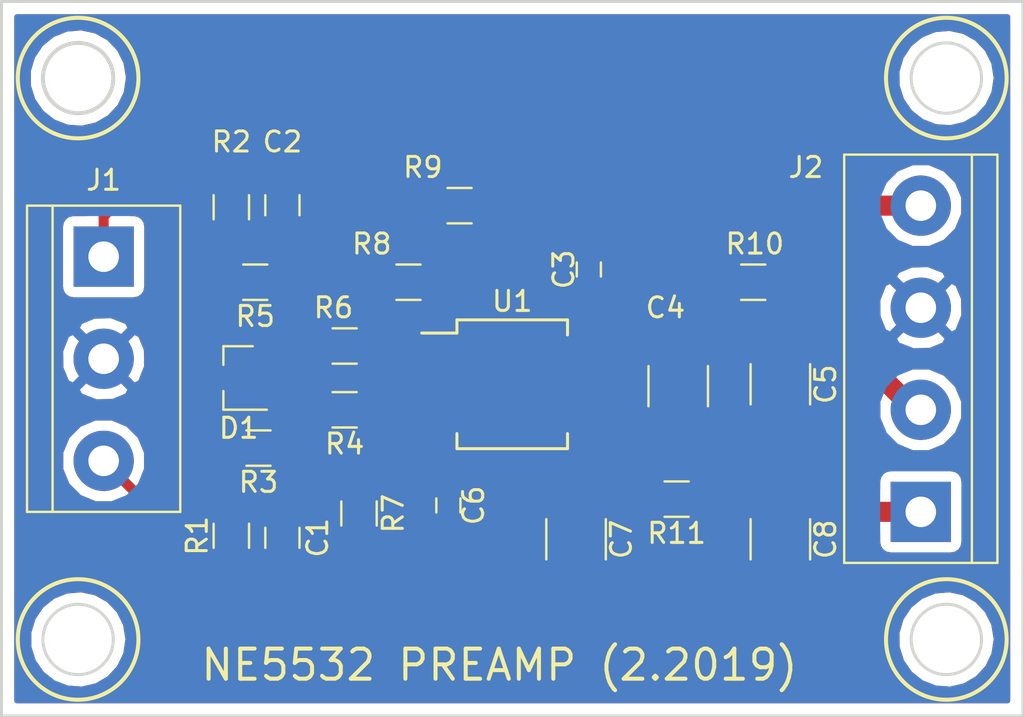
<source format=kicad_pcb>
(kicad_pcb (version 20171130) (host pcbnew 5.0.2-1.fc29)

  (general
    (thickness 1.6)
    (drawings 13)
    (tracks 52)
    (zones 0)
    (modules 23)
    (nets 15)
  )

  (page A4)
  (layers
    (0 F.Cu signal hide)
    (31 B.Cu signal hide)
    (32 B.Adhes user)
    (33 F.Adhes user)
    (34 B.Paste user)
    (35 F.Paste user)
    (36 B.SilkS user)
    (37 F.SilkS user)
    (38 B.Mask user)
    (39 F.Mask user)
    (40 Dwgs.User user)
    (41 Cmts.User user)
    (42 Eco1.User user)
    (43 Eco2.User user)
    (44 Edge.Cuts user)
    (45 Margin user)
    (46 B.CrtYd user)
    (47 F.CrtYd user)
    (48 B.Fab user)
    (49 F.Fab user)
  )

  (setup
    (last_trace_width 1)
    (trace_clearance 0.5)
    (zone_clearance 0.508)
    (zone_45_only no)
    (trace_min 0.2)
    (segment_width 0.2)
    (edge_width 0.15)
    (via_size 0.8)
    (via_drill 0.4)
    (via_min_size 0.4)
    (via_min_drill 0.3)
    (uvia_size 0.3)
    (uvia_drill 0.1)
    (uvias_allowed no)
    (uvia_min_size 0.2)
    (uvia_min_drill 0.1)
    (pcb_text_width 0.3)
    (pcb_text_size 1.5 1.5)
    (mod_edge_width 0.15)
    (mod_text_size 1 1)
    (mod_text_width 0.15)
    (pad_size 1.75 0.55)
    (pad_drill 0)
    (pad_to_mask_clearance 0.051)
    (solder_mask_min_width 0.25)
    (aux_axis_origin 0 0)
    (visible_elements 7FFFFFFF)
    (pcbplotparams
      (layerselection 0x010fc_ffffffff)
      (usegerberextensions false)
      (usegerberattributes false)
      (usegerberadvancedattributes false)
      (creategerberjobfile false)
      (excludeedgelayer true)
      (linewidth 0.100000)
      (plotframeref false)
      (viasonmask false)
      (mode 1)
      (useauxorigin false)
      (hpglpennumber 1)
      (hpglpenspeed 20)
      (hpglpendiameter 15.000000)
      (psnegative false)
      (psa4output false)
      (plotreference true)
      (plotvalue true)
      (plotinvisibletext false)
      (padsonsilk false)
      (subtractmaskfromsilk false)
      (outputformat 1)
      (mirror false)
      (drillshape 1)
      (scaleselection 1)
      (outputdirectory ""))
  )

  (net 0 "")
  (net 1 "Net-(R4-Pad1)")
  (net 2 "Net-(C1-Pad2)")
  (net 3 "Net-(C1-Pad1)")
  (net 4 "Net-(C2-Pad1)")
  (net 5 "Net-(C2-Pad2)")
  (net 6 GND)
  (net 7 "Net-(R6-Pad1)")
  (net 8 "Net-(R8-Pad1)")
  (net 9 VDD)
  (net 10 "Net-(C5-Pad1)")
  (net 11 VEE)
  (net 12 "Net-(C8-Pad1)")
  (net 13 "Net-(J2-Pad4)")
  (net 14 "Net-(U1-Pad7)")

  (net_class Default "Esta es la clase de red por defecto."
    (clearance 0.5)
    (trace_width 1)
    (via_dia 0.8)
    (via_drill 0.4)
    (uvia_dia 0.3)
    (uvia_drill 0.1)
    (add_net GND)
    (add_net "Net-(C1-Pad1)")
    (add_net "Net-(C1-Pad2)")
    (add_net "Net-(C2-Pad1)")
    (add_net "Net-(C2-Pad2)")
    (add_net "Net-(C5-Pad1)")
    (add_net "Net-(C8-Pad1)")
    (add_net "Net-(J2-Pad4)")
    (add_net "Net-(R4-Pad1)")
    (add_net "Net-(R6-Pad1)")
    (add_net "Net-(R8-Pad1)")
    (add_net "Net-(U1-Pad7)")
    (add_net VDD)
    (add_net VEE)
  )

  (net_class Mecago ""
    (clearance 0.4)
    (trace_width 0.4)
    (via_dia 1)
    (via_drill 0.6)
    (uvia_dia 0.3)
    (uvia_drill 0.1)
  )

  (module Connectors_Terminal_Blocks:TerminalBlock_bornier-4_P5.08mm (layer F.Cu) (tedit 59FF03D1) (tstamp 5C532FE1)
    (at 137.16 71.12 90)
    (descr "simple 4-pin terminal block, pitch 5.08mm, revamped version of bornier4")
    (tags "terminal block bornier4")
    (path /5C53350A)
    (fp_text reference J2 (at 17.145 -5.715 180) (layer F.SilkS)
      (effects (font (size 1 1) (thickness 0.15)))
    )
    (fp_text value Screw_Terminal_01x04 (at 7.6 4.75 90) (layer F.Fab)
      (effects (font (size 1 1) (thickness 0.15)))
    )
    (fp_line (start 17.97 4) (end -2.73 4) (layer F.CrtYd) (width 0.05))
    (fp_line (start 17.97 4) (end 17.97 -4) (layer F.CrtYd) (width 0.05))
    (fp_line (start -2.73 -4) (end -2.73 4) (layer F.CrtYd) (width 0.05))
    (fp_line (start -2.73 -4) (end 17.97 -4) (layer F.CrtYd) (width 0.05))
    (fp_line (start -2.54 3.81) (end 17.78 3.81) (layer F.SilkS) (width 0.12))
    (fp_line (start -2.54 -3.81) (end 17.78 -3.81) (layer F.SilkS) (width 0.12))
    (fp_line (start 17.78 2.54) (end -2.54 2.54) (layer F.SilkS) (width 0.12))
    (fp_line (start 17.78 3.81) (end 17.78 -3.81) (layer F.SilkS) (width 0.12))
    (fp_line (start -2.54 -3.81) (end -2.54 3.81) (layer F.SilkS) (width 0.12))
    (fp_line (start 17.72 3.75) (end -2.43 3.75) (layer F.Fab) (width 0.1))
    (fp_line (start 17.72 -3.75) (end 17.72 3.75) (layer F.Fab) (width 0.1))
    (fp_line (start -2.48 -3.75) (end 17.72 -3.75) (layer F.Fab) (width 0.1))
    (fp_line (start -2.48 3.75) (end -2.48 -3.75) (layer F.Fab) (width 0.1))
    (fp_line (start -2.43 3.75) (end -2.48 3.75) (layer F.Fab) (width 0.1))
    (fp_line (start -2.48 2.55) (end 17.72 2.55) (layer F.Fab) (width 0.1))
    (fp_text user %R (at 7.62 0 90) (layer F.Fab)
      (effects (font (size 1 1) (thickness 0.15)))
    )
    (pad 4 thru_hole circle (at 15.24 0 90) (size 3 3) (drill 1.52) (layers *.Cu *.Mask)
      (net 13 "Net-(J2-Pad4)"))
    (pad 1 thru_hole rect (at 0 0 90) (size 3 3) (drill 1.52) (layers *.Cu *.Mask)
      (net 12 "Net-(C8-Pad1)"))
    (pad 3 thru_hole circle (at 10.16 0 90) (size 3 3) (drill 1.52) (layers *.Cu *.Mask)
      (net 6 GND))
    (pad 2 thru_hole circle (at 5.08 0 90) (size 3 3) (drill 1.52) (layers *.Cu *.Mask)
      (net 10 "Net-(C5-Pad1)"))
    (model ${KISYS3DMOD}/Terminal_Blocks.3dshapes/TerminalBlock_bornier-4_P5.08mm.wrl
      (offset (xyz 7.619999885559082 0 0))
      (scale (xyz 1 1 1))
      (rotate (xyz 0 0 0))
    )
  )

  (module Housings_SOIC:SO-8_5.3x6.2mm_Pitch1.27mm (layer F.Cu) (tedit 5C548577) (tstamp 5C532FFE)
    (at 116.84 64.77)
    (descr "8-Lead Plastic Small Outline, 5.3x6.2mm Body (http://www.ti.com.cn/cn/lit/ds/symlink/tl7705a.pdf)")
    (tags "SOIC 1.27")
    (path /5C53322D)
    (attr smd)
    (fp_text reference U1 (at 0 -4.13) (layer F.SilkS)
      (effects (font (size 1 1) (thickness 0.15)))
    )
    (fp_text value NE5532 (at 0 4.13) (layer F.Fab)
      (effects (font (size 1 1) (thickness 0.15)))
    )
    (fp_line (start -2.75 -2.55) (end -4.5 -2.55) (layer F.SilkS) (width 0.15))
    (fp_line (start -2.75 3.205) (end 2.75 3.205) (layer F.SilkS) (width 0.15))
    (fp_line (start -2.75 -3.205) (end 2.75 -3.205) (layer F.SilkS) (width 0.15))
    (fp_line (start -2.75 3.205) (end -2.75 2.455) (layer F.SilkS) (width 0.15))
    (fp_line (start 2.75 3.205) (end 2.75 2.455) (layer F.SilkS) (width 0.15))
    (fp_line (start 2.75 -3.205) (end 2.75 -2.455) (layer F.SilkS) (width 0.15))
    (fp_line (start -2.75 -3.205) (end -2.75 -2.55) (layer F.SilkS) (width 0.15))
    (fp_line (start -4.83 3.35) (end 4.83 3.35) (layer F.CrtYd) (width 0.05))
    (fp_line (start -4.83 -3.35) (end 4.83 -3.35) (layer F.CrtYd) (width 0.05))
    (fp_line (start 4.83 -3.35) (end 4.83 3.35) (layer F.CrtYd) (width 0.05))
    (fp_line (start -4.83 -3.35) (end -4.83 3.35) (layer F.CrtYd) (width 0.05))
    (fp_line (start -2.65 -2.1) (end -1.65 -3.1) (layer F.Fab) (width 0.15))
    (fp_line (start -2.65 3.1) (end -2.65 -2.1) (layer F.Fab) (width 0.15))
    (fp_line (start 2.65 3.1) (end -2.65 3.1) (layer F.Fab) (width 0.15))
    (fp_line (start 2.65 -3.1) (end 2.65 3.1) (layer F.Fab) (width 0.15))
    (fp_line (start -1.65 -3.1) (end 2.65 -3.1) (layer F.Fab) (width 0.15))
    (fp_text user %R (at 0 0) (layer F.Fab)
      (effects (font (size 1 1) (thickness 0.15)))
    )
    (pad 8 smd rect (at 3.7 -1.905) (size 1.75 0.55) (layers F.Cu F.Paste F.Mask)
      (net 9 VDD))
    (pad 7 smd rect (at 3.7 -0.635) (size 1.75 0.55) (layers F.Cu F.Paste F.Mask)
      (net 14 "Net-(U1-Pad7)"))
    (pad 6 smd rect (at 3.7 0.635) (size 1.75 0.55) (layers F.Cu F.Paste F.Mask)
      (net 6 GND))
    (pad 5 smd rect (at 3.7 1.905) (size 1.75 0.55) (layers F.Cu F.Paste F.Mask)
      (net 6 GND))
    (pad 4 smd rect (at -3.7 1.905) (size 1.75 0.55) (layers F.Cu F.Paste F.Mask)
      (net 11 VEE))
    (pad 3 smd rect (at -3.7 0.635) (size 1.75 0.55) (layers F.Cu F.Paste F.Mask)
      (net 1 "Net-(R4-Pad1)"))
    (pad 2 smd rect (at -3.7 -0.635) (size 1.75 0.55) (layers F.Cu F.Paste F.Mask)
      (net 7 "Net-(R6-Pad1)"))
    (pad 1 smd rect (at -3.7 -1.905) (size 1.75 0.55) (layers F.Cu F.Paste F.Mask)
      (net 8 "Net-(R8-Pad1)"))
    (model ${KISYS3DMOD}/Housings_SOIC.3dshapes/SO-8_5.3x6.2mm_Pitch1.27mm.wrl
      (at (xyz 0 0 0))
      (scale (xyz 1 1 1))
      (rotate (xyz 0 0 0))
    )
  )

  (module Resistors_SMD:R_0805_HandSoldering (layer F.Cu) (tedit 58E0A804) (tstamp 5C5333B8)
    (at 102.87 72.31 90)
    (descr "Resistor SMD 0805, hand soldering")
    (tags "resistor 0805")
    (path /5C539A76)
    (attr smd)
    (fp_text reference R1 (at 0 -1.7 90) (layer F.SilkS)
      (effects (font (size 1 1) (thickness 0.15)))
    )
    (fp_text value 10k (at 0 1.75 90) (layer F.Fab)
      (effects (font (size 1 1) (thickness 0.15)))
    )
    (fp_line (start 2.35 0.9) (end -2.35 0.9) (layer F.CrtYd) (width 0.05))
    (fp_line (start 2.35 0.9) (end 2.35 -0.9) (layer F.CrtYd) (width 0.05))
    (fp_line (start -2.35 -0.9) (end -2.35 0.9) (layer F.CrtYd) (width 0.05))
    (fp_line (start -2.35 -0.9) (end 2.35 -0.9) (layer F.CrtYd) (width 0.05))
    (fp_line (start -0.6 -0.88) (end 0.6 -0.88) (layer F.SilkS) (width 0.12))
    (fp_line (start 0.6 0.88) (end -0.6 0.88) (layer F.SilkS) (width 0.12))
    (fp_line (start -1 -0.62) (end 1 -0.62) (layer F.Fab) (width 0.1))
    (fp_line (start 1 -0.62) (end 1 0.62) (layer F.Fab) (width 0.1))
    (fp_line (start 1 0.62) (end -1 0.62) (layer F.Fab) (width 0.1))
    (fp_line (start -1 0.62) (end -1 -0.62) (layer F.Fab) (width 0.1))
    (fp_text user %R (at 0 0 90) (layer F.Fab)
      (effects (font (size 0.5 0.5) (thickness 0.075)))
    )
    (pad 2 smd rect (at 1.35 0 90) (size 1.5 1.3) (layers F.Cu F.Paste F.Mask)
      (net 6 GND))
    (pad 1 smd rect (at -1.35 0 90) (size 1.5 1.3) (layers F.Cu F.Paste F.Mask)
      (net 2 "Net-(C1-Pad2)"))
    (model ${KISYS3DMOD}/Resistors_SMD.3dshapes/R_0805.wrl
      (at (xyz 0 0 0))
      (scale (xyz 1 1 1))
      (rotate (xyz 0 0 0))
    )
  )

  (module Resistors_SMD:R_0805_HandSoldering (layer F.Cu) (tedit 58E0A804) (tstamp 5C5333C9)
    (at 102.87 55.96 270)
    (descr "Resistor SMD 0805, hand soldering")
    (tags "resistor 0805")
    (path /5C539AB8)
    (attr smd)
    (fp_text reference R2 (at -3.255 0) (layer F.SilkS)
      (effects (font (size 1 1) (thickness 0.15)))
    )
    (fp_text value 10k (at 0 1.75 270) (layer F.Fab)
      (effects (font (size 1 1) (thickness 0.15)))
    )
    (fp_text user %R (at 0 0 270) (layer F.Fab)
      (effects (font (size 0.5 0.5) (thickness 0.075)))
    )
    (fp_line (start -1 0.62) (end -1 -0.62) (layer F.Fab) (width 0.1))
    (fp_line (start 1 0.62) (end -1 0.62) (layer F.Fab) (width 0.1))
    (fp_line (start 1 -0.62) (end 1 0.62) (layer F.Fab) (width 0.1))
    (fp_line (start -1 -0.62) (end 1 -0.62) (layer F.Fab) (width 0.1))
    (fp_line (start 0.6 0.88) (end -0.6 0.88) (layer F.SilkS) (width 0.12))
    (fp_line (start -0.6 -0.88) (end 0.6 -0.88) (layer F.SilkS) (width 0.12))
    (fp_line (start -2.35 -0.9) (end 2.35 -0.9) (layer F.CrtYd) (width 0.05))
    (fp_line (start -2.35 -0.9) (end -2.35 0.9) (layer F.CrtYd) (width 0.05))
    (fp_line (start 2.35 0.9) (end 2.35 -0.9) (layer F.CrtYd) (width 0.05))
    (fp_line (start 2.35 0.9) (end -2.35 0.9) (layer F.CrtYd) (width 0.05))
    (pad 1 smd rect (at -1.35 0 270) (size 1.5 1.3) (layers F.Cu F.Paste F.Mask)
      (net 5 "Net-(C2-Pad2)"))
    (pad 2 smd rect (at 1.35 0 270) (size 1.5 1.3) (layers F.Cu F.Paste F.Mask)
      (net 6 GND))
    (model ${KISYS3DMOD}/Resistors_SMD.3dshapes/R_0805.wrl
      (at (xyz 0 0 0))
      (scale (xyz 1 1 1))
      (rotate (xyz 0 0 0))
    )
  )

  (module Resistors_SMD:R_0805_HandSoldering (layer F.Cu) (tedit 58E0A804) (tstamp 5C547E77)
    (at 104.22 67.945 180)
    (descr "Resistor SMD 0805, hand soldering")
    (tags "resistor 0805")
    (path /5C539AD6)
    (attr smd)
    (fp_text reference R3 (at 0 -1.7 180) (layer F.SilkS)
      (effects (font (size 1 1) (thickness 0.15)))
    )
    (fp_text value 10k (at 0 1.75 180) (layer F.Fab)
      (effects (font (size 1 1) (thickness 0.15)))
    )
    (fp_line (start 2.35 0.9) (end -2.35 0.9) (layer F.CrtYd) (width 0.05))
    (fp_line (start 2.35 0.9) (end 2.35 -0.9) (layer F.CrtYd) (width 0.05))
    (fp_line (start -2.35 -0.9) (end -2.35 0.9) (layer F.CrtYd) (width 0.05))
    (fp_line (start -2.35 -0.9) (end 2.35 -0.9) (layer F.CrtYd) (width 0.05))
    (fp_line (start -0.6 -0.88) (end 0.6 -0.88) (layer F.SilkS) (width 0.12))
    (fp_line (start 0.6 0.88) (end -0.6 0.88) (layer F.SilkS) (width 0.12))
    (fp_line (start -1 -0.62) (end 1 -0.62) (layer F.Fab) (width 0.1))
    (fp_line (start 1 -0.62) (end 1 0.62) (layer F.Fab) (width 0.1))
    (fp_line (start 1 0.62) (end -1 0.62) (layer F.Fab) (width 0.1))
    (fp_line (start -1 0.62) (end -1 -0.62) (layer F.Fab) (width 0.1))
    (fp_text user %R (at 0 0 180) (layer F.Fab)
      (effects (font (size 0.5 0.5) (thickness 0.075)))
    )
    (pad 2 smd rect (at 1.35 0 180) (size 1.5 1.3) (layers F.Cu F.Paste F.Mask)
      (net 6 GND))
    (pad 1 smd rect (at -1.35 0 180) (size 1.5 1.3) (layers F.Cu F.Paste F.Mask)
      (net 3 "Net-(C1-Pad1)"))
    (model ${KISYS3DMOD}/Resistors_SMD.3dshapes/R_0805.wrl
      (at (xyz 0 0 0))
      (scale (xyz 1 1 1))
      (rotate (xyz 0 0 0))
    )
  )

  (module Resistors_SMD:R_0805_HandSoldering (layer F.Cu) (tedit 58E0A804) (tstamp 5C5333EB)
    (at 108.505 66.04 180)
    (descr "Resistor SMD 0805, hand soldering")
    (tags "resistor 0805")
    (path /5C539B04)
    (attr smd)
    (fp_text reference R4 (at 0 -1.7 180) (layer F.SilkS)
      (effects (font (size 1 1) (thickness 0.15)))
    )
    (fp_text value 1k (at 0 1.75 180) (layer F.Fab)
      (effects (font (size 1 1) (thickness 0.15)))
    )
    (fp_text user %R (at 0 0 180) (layer F.Fab)
      (effects (font (size 0.5 0.5) (thickness 0.075)))
    )
    (fp_line (start -1 0.62) (end -1 -0.62) (layer F.Fab) (width 0.1))
    (fp_line (start 1 0.62) (end -1 0.62) (layer F.Fab) (width 0.1))
    (fp_line (start 1 -0.62) (end 1 0.62) (layer F.Fab) (width 0.1))
    (fp_line (start -1 -0.62) (end 1 -0.62) (layer F.Fab) (width 0.1))
    (fp_line (start 0.6 0.88) (end -0.6 0.88) (layer F.SilkS) (width 0.12))
    (fp_line (start -0.6 -0.88) (end 0.6 -0.88) (layer F.SilkS) (width 0.12))
    (fp_line (start -2.35 -0.9) (end 2.35 -0.9) (layer F.CrtYd) (width 0.05))
    (fp_line (start -2.35 -0.9) (end -2.35 0.9) (layer F.CrtYd) (width 0.05))
    (fp_line (start 2.35 0.9) (end 2.35 -0.9) (layer F.CrtYd) (width 0.05))
    (fp_line (start 2.35 0.9) (end -2.35 0.9) (layer F.CrtYd) (width 0.05))
    (pad 1 smd rect (at -1.35 0 180) (size 1.5 1.3) (layers F.Cu F.Paste F.Mask)
      (net 1 "Net-(R4-Pad1)"))
    (pad 2 smd rect (at 1.35 0 180) (size 1.5 1.3) (layers F.Cu F.Paste F.Mask)
      (net 3 "Net-(C1-Pad1)"))
    (model ${KISYS3DMOD}/Resistors_SMD.3dshapes/R_0805.wrl
      (at (xyz 0 0 0))
      (scale (xyz 1 1 1))
      (rotate (xyz 0 0 0))
    )
  )

  (module Capacitors_SMD:C_0805_HandSoldering (layer F.Cu) (tedit 58AA84A8) (tstamp 5C5335E9)
    (at 105.41 72.41 270)
    (descr "Capacitor SMD 0805, hand soldering")
    (tags "capacitor 0805")
    (path /5C53A646)
    (attr smd)
    (fp_text reference C1 (at 0 -1.75 270) (layer F.SilkS)
      (effects (font (size 1 1) (thickness 0.15)))
    )
    (fp_text value 2.2u (at 0 1.75 270) (layer F.Fab)
      (effects (font (size 1 1) (thickness 0.15)))
    )
    (fp_line (start 2.25 0.87) (end -2.25 0.87) (layer F.CrtYd) (width 0.05))
    (fp_line (start 2.25 0.87) (end 2.25 -0.88) (layer F.CrtYd) (width 0.05))
    (fp_line (start -2.25 -0.88) (end -2.25 0.87) (layer F.CrtYd) (width 0.05))
    (fp_line (start -2.25 -0.88) (end 2.25 -0.88) (layer F.CrtYd) (width 0.05))
    (fp_line (start -0.5 0.85) (end 0.5 0.85) (layer F.SilkS) (width 0.12))
    (fp_line (start 0.5 -0.85) (end -0.5 -0.85) (layer F.SilkS) (width 0.12))
    (fp_line (start -1 -0.62) (end 1 -0.62) (layer F.Fab) (width 0.1))
    (fp_line (start 1 -0.62) (end 1 0.62) (layer F.Fab) (width 0.1))
    (fp_line (start 1 0.62) (end -1 0.62) (layer F.Fab) (width 0.1))
    (fp_line (start -1 0.62) (end -1 -0.62) (layer F.Fab) (width 0.1))
    (fp_text user %R (at 0 -1.75 270) (layer F.Fab)
      (effects (font (size 1 1) (thickness 0.15)))
    )
    (pad 2 smd rect (at 1.25 0 270) (size 1.5 1.25) (layers F.Cu F.Paste F.Mask)
      (net 2 "Net-(C1-Pad2)"))
    (pad 1 smd rect (at -1.25 0 270) (size 1.5 1.25) (layers F.Cu F.Paste F.Mask)
      (net 3 "Net-(C1-Pad1)"))
    (model Capacitors_SMD.3dshapes/C_0805.wrl
      (at (xyz 0 0 0))
      (scale (xyz 1 1 1))
      (rotate (xyz 0 0 0))
    )
  )

  (module Capacitors_SMD:C_0805_HandSoldering (layer F.Cu) (tedit 58AA84A8) (tstamp 5C5335FA)
    (at 105.41 55.86 90)
    (descr "Capacitor SMD 0805, hand soldering")
    (tags "capacitor 0805")
    (path /5C53A6AA)
    (attr smd)
    (fp_text reference C2 (at 3.155 0 180) (layer F.SilkS)
      (effects (font (size 1 1) (thickness 0.15)))
    )
    (fp_text value 2.2u (at 0 1.75 90) (layer F.Fab)
      (effects (font (size 1 1) (thickness 0.15)))
    )
    (fp_text user %R (at 0 -1.75 90) (layer F.Fab)
      (effects (font (size 1 1) (thickness 0.15)))
    )
    (fp_line (start -1 0.62) (end -1 -0.62) (layer F.Fab) (width 0.1))
    (fp_line (start 1 0.62) (end -1 0.62) (layer F.Fab) (width 0.1))
    (fp_line (start 1 -0.62) (end 1 0.62) (layer F.Fab) (width 0.1))
    (fp_line (start -1 -0.62) (end 1 -0.62) (layer F.Fab) (width 0.1))
    (fp_line (start 0.5 -0.85) (end -0.5 -0.85) (layer F.SilkS) (width 0.12))
    (fp_line (start -0.5 0.85) (end 0.5 0.85) (layer F.SilkS) (width 0.12))
    (fp_line (start -2.25 -0.88) (end 2.25 -0.88) (layer F.CrtYd) (width 0.05))
    (fp_line (start -2.25 -0.88) (end -2.25 0.87) (layer F.CrtYd) (width 0.05))
    (fp_line (start 2.25 0.87) (end 2.25 -0.88) (layer F.CrtYd) (width 0.05))
    (fp_line (start 2.25 0.87) (end -2.25 0.87) (layer F.CrtYd) (width 0.05))
    (pad 1 smd rect (at -1.25 0 90) (size 1.5 1.25) (layers F.Cu F.Paste F.Mask)
      (net 4 "Net-(C2-Pad1)"))
    (pad 2 smd rect (at 1.25 0 90) (size 1.5 1.25) (layers F.Cu F.Paste F.Mask)
      (net 5 "Net-(C2-Pad2)"))
    (model Capacitors_SMD.3dshapes/C_0805.wrl
      (at (xyz 0 0 0))
      (scale (xyz 1 1 1))
      (rotate (xyz 0 0 0))
    )
  )

  (module Resistors_SMD:R_0805_HandSoldering (layer F.Cu) (tedit 58E0A804) (tstamp 5C53360B)
    (at 104.06 59.69 180)
    (descr "Resistor SMD 0805, hand soldering")
    (tags "resistor 0805")
    (path /5C539E8D)
    (attr smd)
    (fp_text reference R5 (at 0 -1.7 180) (layer F.SilkS)
      (effects (font (size 1 1) (thickness 0.15)))
    )
    (fp_text value 10k (at 0 1.75 180) (layer F.Fab)
      (effects (font (size 1 1) (thickness 0.15)))
    )
    (fp_line (start 2.35 0.9) (end -2.35 0.9) (layer F.CrtYd) (width 0.05))
    (fp_line (start 2.35 0.9) (end 2.35 -0.9) (layer F.CrtYd) (width 0.05))
    (fp_line (start -2.35 -0.9) (end -2.35 0.9) (layer F.CrtYd) (width 0.05))
    (fp_line (start -2.35 -0.9) (end 2.35 -0.9) (layer F.CrtYd) (width 0.05))
    (fp_line (start -0.6 -0.88) (end 0.6 -0.88) (layer F.SilkS) (width 0.12))
    (fp_line (start 0.6 0.88) (end -0.6 0.88) (layer F.SilkS) (width 0.12))
    (fp_line (start -1 -0.62) (end 1 -0.62) (layer F.Fab) (width 0.1))
    (fp_line (start 1 -0.62) (end 1 0.62) (layer F.Fab) (width 0.1))
    (fp_line (start 1 0.62) (end -1 0.62) (layer F.Fab) (width 0.1))
    (fp_line (start -1 0.62) (end -1 -0.62) (layer F.Fab) (width 0.1))
    (fp_text user %R (at 0 0 180) (layer F.Fab)
      (effects (font (size 0.5 0.5) (thickness 0.075)))
    )
    (pad 2 smd rect (at 1.35 0 180) (size 1.5 1.3) (layers F.Cu F.Paste F.Mask)
      (net 6 GND))
    (pad 1 smd rect (at -1.35 0 180) (size 1.5 1.3) (layers F.Cu F.Paste F.Mask)
      (net 4 "Net-(C2-Pad1)"))
    (model ${KISYS3DMOD}/Resistors_SMD.3dshapes/R_0805.wrl
      (at (xyz 0 0 0))
      (scale (xyz 1 1 1))
      (rotate (xyz 0 0 0))
    )
  )

  (module Resistors_SMD:R_0805_HandSoldering (layer F.Cu) (tedit 58E0A804) (tstamp 5C53361C)
    (at 108.505 62.865 180)
    (descr "Resistor SMD 0805, hand soldering")
    (tags "resistor 0805")
    (path /5C539F03)
    (attr smd)
    (fp_text reference R6 (at 0.555 1.905 180) (layer F.SilkS)
      (effects (font (size 1 1) (thickness 0.15)))
    )
    (fp_text value 1k (at 0 1.75 180) (layer F.Fab)
      (effects (font (size 1 1) (thickness 0.15)))
    )
    (fp_line (start 2.35 0.9) (end -2.35 0.9) (layer F.CrtYd) (width 0.05))
    (fp_line (start 2.35 0.9) (end 2.35 -0.9) (layer F.CrtYd) (width 0.05))
    (fp_line (start -2.35 -0.9) (end -2.35 0.9) (layer F.CrtYd) (width 0.05))
    (fp_line (start -2.35 -0.9) (end 2.35 -0.9) (layer F.CrtYd) (width 0.05))
    (fp_line (start -0.6 -0.88) (end 0.6 -0.88) (layer F.SilkS) (width 0.12))
    (fp_line (start 0.6 0.88) (end -0.6 0.88) (layer F.SilkS) (width 0.12))
    (fp_line (start -1 -0.62) (end 1 -0.62) (layer F.Fab) (width 0.1))
    (fp_line (start 1 -0.62) (end 1 0.62) (layer F.Fab) (width 0.1))
    (fp_line (start 1 0.62) (end -1 0.62) (layer F.Fab) (width 0.1))
    (fp_line (start -1 0.62) (end -1 -0.62) (layer F.Fab) (width 0.1))
    (fp_text user %R (at 0 0 180) (layer F.Fab)
      (effects (font (size 0.5 0.5) (thickness 0.075)))
    )
    (pad 2 smd rect (at 1.35 0 180) (size 1.5 1.3) (layers F.Cu F.Paste F.Mask)
      (net 4 "Net-(C2-Pad1)"))
    (pad 1 smd rect (at -1.35 0 180) (size 1.5 1.3) (layers F.Cu F.Paste F.Mask)
      (net 7 "Net-(R6-Pad1)"))
    (model ${KISYS3DMOD}/Resistors_SMD.3dshapes/R_0805.wrl
      (at (xyz 0 0 0))
      (scale (xyz 1 1 1))
      (rotate (xyz 0 0 0))
    )
  )

  (module Resistors_SMD:R_0805_HandSoldering (layer F.Cu) (tedit 58E0A804) (tstamp 5C53362D)
    (at 109.22 71.2 270)
    (descr "Resistor SMD 0805, hand soldering")
    (tags "resistor 0805")
    (path /5C539ED9)
    (attr smd)
    (fp_text reference R7 (at 0 -1.7 270) (layer F.SilkS)
      (effects (font (size 1 1) (thickness 0.15)))
    )
    (fp_text value 10k (at 0 1.75 270) (layer F.Fab)
      (effects (font (size 1 1) (thickness 0.15)))
    )
    (fp_text user %R (at 0 0 270) (layer F.Fab)
      (effects (font (size 0.5 0.5) (thickness 0.075)))
    )
    (fp_line (start -1 0.62) (end -1 -0.62) (layer F.Fab) (width 0.1))
    (fp_line (start 1 0.62) (end -1 0.62) (layer F.Fab) (width 0.1))
    (fp_line (start 1 -0.62) (end 1 0.62) (layer F.Fab) (width 0.1))
    (fp_line (start -1 -0.62) (end 1 -0.62) (layer F.Fab) (width 0.1))
    (fp_line (start 0.6 0.88) (end -0.6 0.88) (layer F.SilkS) (width 0.12))
    (fp_line (start -0.6 -0.88) (end 0.6 -0.88) (layer F.SilkS) (width 0.12))
    (fp_line (start -2.35 -0.9) (end 2.35 -0.9) (layer F.CrtYd) (width 0.05))
    (fp_line (start -2.35 -0.9) (end -2.35 0.9) (layer F.CrtYd) (width 0.05))
    (fp_line (start 2.35 0.9) (end 2.35 -0.9) (layer F.CrtYd) (width 0.05))
    (fp_line (start 2.35 0.9) (end -2.35 0.9) (layer F.CrtYd) (width 0.05))
    (pad 1 smd rect (at -1.35 0 270) (size 1.5 1.3) (layers F.Cu F.Paste F.Mask)
      (net 1 "Net-(R4-Pad1)"))
    (pad 2 smd rect (at 1.35 0 270) (size 1.5 1.3) (layers F.Cu F.Paste F.Mask)
      (net 6 GND))
    (model ${KISYS3DMOD}/Resistors_SMD.3dshapes/R_0805.wrl
      (at (xyz 0 0 0))
      (scale (xyz 1 1 1))
      (rotate (xyz 0 0 0))
    )
  )

  (module Resistors_SMD:R_0805_HandSoldering (layer F.Cu) (tedit 58E0A804) (tstamp 5C53363E)
    (at 111.68 59.69 180)
    (descr "Resistor SMD 0805, hand soldering")
    (tags "resistor 0805")
    (path /5C539F2F)
    (attr smd)
    (fp_text reference R8 (at 1.825 1.905 180) (layer F.SilkS)
      (effects (font (size 1 1) (thickness 0.15)))
    )
    (fp_text value 10k (at 0 1.75 180) (layer F.Fab)
      (effects (font (size 1 1) (thickness 0.15)))
    )
    (fp_text user %R (at 0 0 180) (layer F.Fab)
      (effects (font (size 0.5 0.5) (thickness 0.075)))
    )
    (fp_line (start -1 0.62) (end -1 -0.62) (layer F.Fab) (width 0.1))
    (fp_line (start 1 0.62) (end -1 0.62) (layer F.Fab) (width 0.1))
    (fp_line (start 1 -0.62) (end 1 0.62) (layer F.Fab) (width 0.1))
    (fp_line (start -1 -0.62) (end 1 -0.62) (layer F.Fab) (width 0.1))
    (fp_line (start 0.6 0.88) (end -0.6 0.88) (layer F.SilkS) (width 0.12))
    (fp_line (start -0.6 -0.88) (end 0.6 -0.88) (layer F.SilkS) (width 0.12))
    (fp_line (start -2.35 -0.9) (end 2.35 -0.9) (layer F.CrtYd) (width 0.05))
    (fp_line (start -2.35 -0.9) (end -2.35 0.9) (layer F.CrtYd) (width 0.05))
    (fp_line (start 2.35 0.9) (end 2.35 -0.9) (layer F.CrtYd) (width 0.05))
    (fp_line (start 2.35 0.9) (end -2.35 0.9) (layer F.CrtYd) (width 0.05))
    (pad 1 smd rect (at -1.35 0 180) (size 1.5 1.3) (layers F.Cu F.Paste F.Mask)
      (net 8 "Net-(R8-Pad1)"))
    (pad 2 smd rect (at 1.35 0 180) (size 1.5 1.3) (layers F.Cu F.Paste F.Mask)
      (net 7 "Net-(R6-Pad1)"))
    (model ${KISYS3DMOD}/Resistors_SMD.3dshapes/R_0805.wrl
      (at (xyz 0 0 0))
      (scale (xyz 1 1 1))
      (rotate (xyz 0 0 0))
    )
  )

  (module Connectors_Terminal_Blocks:TerminalBlock_bornier-3_P5.08mm (layer F.Cu) (tedit 59FF03B9) (tstamp 5C549101)
    (at 96.52 58.42 270)
    (descr "simple 3-pin terminal block, pitch 5.08mm, revamped version of bornier3")
    (tags "terminal block bornier3")
    (path /5C539D35)
    (fp_text reference J1 (at -3.81 0) (layer F.SilkS)
      (effects (font (size 1 1) (thickness 0.15)))
    )
    (fp_text value Screw_Terminal_01x03 (at 5.08 5.08 270) (layer F.Fab)
      (effects (font (size 1 1) (thickness 0.15)))
    )
    (fp_line (start 12.88 4) (end -2.72 4) (layer F.CrtYd) (width 0.05))
    (fp_line (start 12.88 4) (end 12.88 -4) (layer F.CrtYd) (width 0.05))
    (fp_line (start -2.72 -4) (end -2.72 4) (layer F.CrtYd) (width 0.05))
    (fp_line (start -2.72 -4) (end 12.88 -4) (layer F.CrtYd) (width 0.05))
    (fp_line (start -2.54 3.81) (end 12.7 3.81) (layer F.SilkS) (width 0.12))
    (fp_line (start -2.54 -3.81) (end 12.7 -3.81) (layer F.SilkS) (width 0.12))
    (fp_line (start -2.54 2.54) (end 12.7 2.54) (layer F.SilkS) (width 0.12))
    (fp_line (start 12.7 3.81) (end 12.7 -3.81) (layer F.SilkS) (width 0.12))
    (fp_line (start -2.54 3.81) (end -2.54 -3.81) (layer F.SilkS) (width 0.12))
    (fp_line (start -2.47 3.75) (end -2.47 -3.75) (layer F.Fab) (width 0.1))
    (fp_line (start 12.63 3.75) (end -2.47 3.75) (layer F.Fab) (width 0.1))
    (fp_line (start 12.63 -3.75) (end 12.63 3.75) (layer F.Fab) (width 0.1))
    (fp_line (start -2.47 -3.75) (end 12.63 -3.75) (layer F.Fab) (width 0.1))
    (fp_line (start -2.47 2.55) (end 12.63 2.55) (layer F.Fab) (width 0.1))
    (fp_text user %R (at 5.08 0 270) (layer F.Fab)
      (effects (font (size 1 1) (thickness 0.15)))
    )
    (pad 3 thru_hole circle (at 10.16 0 270) (size 3 3) (drill 1.52) (layers *.Cu *.Mask)
      (net 2 "Net-(C1-Pad2)"))
    (pad 2 thru_hole circle (at 5.08 0 270) (size 3 3) (drill 1.52) (layers *.Cu *.Mask)
      (net 6 GND))
    (pad 1 thru_hole rect (at 0 0 270) (size 3 3) (drill 1.52) (layers *.Cu *.Mask)
      (net 5 "Net-(C2-Pad2)"))
    (model ${KISYS3DMOD}/Terminal_Blocks.3dshapes/TerminalBlock_bornier-3_P5.08mm.wrl
      (offset (xyz 5.079999923706055 0 0))
      (scale (xyz 1 1 1))
      (rotate (xyz 0 0 0))
    )
  )

  (module Capacitors_SMD:C_0603_HandSoldering (layer F.Cu) (tedit 58AA848B) (tstamp 5C5440FA)
    (at 120.65 59.055 90)
    (descr "Capacitor SMD 0603, hand soldering")
    (tags "capacitor 0603")
    (path /5C5465AC)
    (attr smd)
    (fp_text reference C3 (at 0 -1.25 90) (layer F.SilkS)
      (effects (font (size 1 1) (thickness 0.15)))
    )
    (fp_text value 100n (at 0 1.5 90) (layer F.Fab)
      (effects (font (size 1 1) (thickness 0.15)))
    )
    (fp_line (start 1.8 0.65) (end -1.8 0.65) (layer F.CrtYd) (width 0.05))
    (fp_line (start 1.8 0.65) (end 1.8 -0.65) (layer F.CrtYd) (width 0.05))
    (fp_line (start -1.8 -0.65) (end -1.8 0.65) (layer F.CrtYd) (width 0.05))
    (fp_line (start -1.8 -0.65) (end 1.8 -0.65) (layer F.CrtYd) (width 0.05))
    (fp_line (start 0.35 0.6) (end -0.35 0.6) (layer F.SilkS) (width 0.12))
    (fp_line (start -0.35 -0.6) (end 0.35 -0.6) (layer F.SilkS) (width 0.12))
    (fp_line (start -0.8 -0.4) (end 0.8 -0.4) (layer F.Fab) (width 0.1))
    (fp_line (start 0.8 -0.4) (end 0.8 0.4) (layer F.Fab) (width 0.1))
    (fp_line (start 0.8 0.4) (end -0.8 0.4) (layer F.Fab) (width 0.1))
    (fp_line (start -0.8 0.4) (end -0.8 -0.4) (layer F.Fab) (width 0.1))
    (fp_text user %R (at 0 -1.25 90) (layer F.Fab)
      (effects (font (size 1 1) (thickness 0.15)))
    )
    (pad 2 smd rect (at 0.95 0 90) (size 1.2 0.75) (layers F.Cu F.Paste F.Mask)
      (net 6 GND))
    (pad 1 smd rect (at -0.95 0 90) (size 1.2 0.75) (layers F.Cu F.Paste F.Mask)
      (net 9 VDD))
    (model Capacitors_SMD.3dshapes/C_0603.wrl
      (at (xyz 0 0 0))
      (scale (xyz 1 1 1))
      (rotate (xyz 0 0 0))
    )
  )

  (module Capacitors_SMD:C_1210_HandSoldering (layer F.Cu) (tedit 58AA84FB) (tstamp 5C54410B)
    (at 125.095 64.865 270)
    (descr "Capacitor SMD 1210, hand soldering")
    (tags "capacitor 1210")
    (path /5C54660A)
    (attr smd)
    (fp_text reference C4 (at -3.905 0.635) (layer F.SilkS)
      (effects (font (size 1 1) (thickness 0.15)))
    )
    (fp_text value "10u / 25V" (at 0 2.5 270) (layer F.Fab)
      (effects (font (size 1 1) (thickness 0.15)))
    )
    (fp_text user %R (at 0 -2.25 270) (layer F.Fab)
      (effects (font (size 1 1) (thickness 0.15)))
    )
    (fp_line (start -1.6 1.25) (end -1.6 -1.25) (layer F.Fab) (width 0.1))
    (fp_line (start 1.6 1.25) (end -1.6 1.25) (layer F.Fab) (width 0.1))
    (fp_line (start 1.6 -1.25) (end 1.6 1.25) (layer F.Fab) (width 0.1))
    (fp_line (start -1.6 -1.25) (end 1.6 -1.25) (layer F.Fab) (width 0.1))
    (fp_line (start 1 -1.48) (end -1 -1.48) (layer F.SilkS) (width 0.12))
    (fp_line (start -1 1.48) (end 1 1.48) (layer F.SilkS) (width 0.12))
    (fp_line (start -3.25 -1.5) (end 3.25 -1.5) (layer F.CrtYd) (width 0.05))
    (fp_line (start -3.25 -1.5) (end -3.25 1.5) (layer F.CrtYd) (width 0.05))
    (fp_line (start 3.25 1.5) (end 3.25 -1.5) (layer F.CrtYd) (width 0.05))
    (fp_line (start 3.25 1.5) (end -3.25 1.5) (layer F.CrtYd) (width 0.05))
    (pad 1 smd rect (at -2 0 270) (size 2 2.5) (layers F.Cu F.Paste F.Mask)
      (net 9 VDD))
    (pad 2 smd rect (at 2 0 270) (size 2 2.5) (layers F.Cu F.Paste F.Mask)
      (net 6 GND))
    (model Capacitors_SMD.3dshapes/C_1210.wrl
      (at (xyz 0 0 0))
      (scale (xyz 1 1 1))
      (rotate (xyz 0 0 0))
    )
  )

  (module Capacitors_SMD:C_1210_HandSoldering (layer F.Cu) (tedit 58AA84FB) (tstamp 5C54411C)
    (at 130.175 64.77 270)
    (descr "Capacitor SMD 1210, hand soldering")
    (tags "capacitor 1210")
    (path /5C54664A)
    (attr smd)
    (fp_text reference C5 (at 0 -2.25 270) (layer F.SilkS)
      (effects (font (size 1 1) (thickness 0.15)))
    )
    (fp_text value "10u / 25V" (at 0 2.5 270) (layer F.Fab)
      (effects (font (size 1 1) (thickness 0.15)))
    )
    (fp_line (start 3.25 1.5) (end -3.25 1.5) (layer F.CrtYd) (width 0.05))
    (fp_line (start 3.25 1.5) (end 3.25 -1.5) (layer F.CrtYd) (width 0.05))
    (fp_line (start -3.25 -1.5) (end -3.25 1.5) (layer F.CrtYd) (width 0.05))
    (fp_line (start -3.25 -1.5) (end 3.25 -1.5) (layer F.CrtYd) (width 0.05))
    (fp_line (start -1 1.48) (end 1 1.48) (layer F.SilkS) (width 0.12))
    (fp_line (start 1 -1.48) (end -1 -1.48) (layer F.SilkS) (width 0.12))
    (fp_line (start -1.6 -1.25) (end 1.6 -1.25) (layer F.Fab) (width 0.1))
    (fp_line (start 1.6 -1.25) (end 1.6 1.25) (layer F.Fab) (width 0.1))
    (fp_line (start 1.6 1.25) (end -1.6 1.25) (layer F.Fab) (width 0.1))
    (fp_line (start -1.6 1.25) (end -1.6 -1.25) (layer F.Fab) (width 0.1))
    (fp_text user %R (at 0 -2.25 270) (layer F.Fab)
      (effects (font (size 1 1) (thickness 0.15)))
    )
    (pad 2 smd rect (at 2 0 270) (size 2 2.5) (layers F.Cu F.Paste F.Mask)
      (net 6 GND))
    (pad 1 smd rect (at -2 0 270) (size 2 2.5) (layers F.Cu F.Paste F.Mask)
      (net 10 "Net-(C5-Pad1)"))
    (model Capacitors_SMD.3dshapes/C_1210.wrl
      (at (xyz 0 0 0))
      (scale (xyz 1 1 1))
      (rotate (xyz 0 0 0))
    )
  )

  (module Capacitors_SMD:C_0603_HandSoldering (layer F.Cu) (tedit 58AA848B) (tstamp 5C54412D)
    (at 113.665 70.8 270)
    (descr "Capacitor SMD 0603, hand soldering")
    (tags "capacitor 0603")
    (path /5C5476CC)
    (attr smd)
    (fp_text reference C6 (at 0 -1.25 270) (layer F.SilkS)
      (effects (font (size 1 1) (thickness 0.15)))
    )
    (fp_text value 100n (at 0 1.5 270) (layer F.Fab)
      (effects (font (size 1 1) (thickness 0.15)))
    )
    (fp_text user %R (at 0 -1.25 270) (layer F.Fab)
      (effects (font (size 1 1) (thickness 0.15)))
    )
    (fp_line (start -0.8 0.4) (end -0.8 -0.4) (layer F.Fab) (width 0.1))
    (fp_line (start 0.8 0.4) (end -0.8 0.4) (layer F.Fab) (width 0.1))
    (fp_line (start 0.8 -0.4) (end 0.8 0.4) (layer F.Fab) (width 0.1))
    (fp_line (start -0.8 -0.4) (end 0.8 -0.4) (layer F.Fab) (width 0.1))
    (fp_line (start -0.35 -0.6) (end 0.35 -0.6) (layer F.SilkS) (width 0.12))
    (fp_line (start 0.35 0.6) (end -0.35 0.6) (layer F.SilkS) (width 0.12))
    (fp_line (start -1.8 -0.65) (end 1.8 -0.65) (layer F.CrtYd) (width 0.05))
    (fp_line (start -1.8 -0.65) (end -1.8 0.65) (layer F.CrtYd) (width 0.05))
    (fp_line (start 1.8 0.65) (end 1.8 -0.65) (layer F.CrtYd) (width 0.05))
    (fp_line (start 1.8 0.65) (end -1.8 0.65) (layer F.CrtYd) (width 0.05))
    (pad 1 smd rect (at -0.95 0 270) (size 1.2 0.75) (layers F.Cu F.Paste F.Mask)
      (net 11 VEE))
    (pad 2 smd rect (at 0.95 0 270) (size 1.2 0.75) (layers F.Cu F.Paste F.Mask)
      (net 6 GND))
    (model Capacitors_SMD.3dshapes/C_0603.wrl
      (at (xyz 0 0 0))
      (scale (xyz 1 1 1))
      (rotate (xyz 0 0 0))
    )
  )

  (module Capacitors_SMD:C_1210_HandSoldering (layer F.Cu) (tedit 58AA84FB) (tstamp 5C54413E)
    (at 120.015 72.485 270)
    (descr "Capacitor SMD 1210, hand soldering")
    (tags "capacitor 1210")
    (path /5C547680)
    (attr smd)
    (fp_text reference C7 (at 0 -2.25 270) (layer F.SilkS)
      (effects (font (size 1 1) (thickness 0.15)))
    )
    (fp_text value "10u / 25V" (at 0 2.5 270) (layer F.Fab)
      (effects (font (size 1 1) (thickness 0.15)))
    )
    (fp_line (start 3.25 1.5) (end -3.25 1.5) (layer F.CrtYd) (width 0.05))
    (fp_line (start 3.25 1.5) (end 3.25 -1.5) (layer F.CrtYd) (width 0.05))
    (fp_line (start -3.25 -1.5) (end -3.25 1.5) (layer F.CrtYd) (width 0.05))
    (fp_line (start -3.25 -1.5) (end 3.25 -1.5) (layer F.CrtYd) (width 0.05))
    (fp_line (start -1 1.48) (end 1 1.48) (layer F.SilkS) (width 0.12))
    (fp_line (start 1 -1.48) (end -1 -1.48) (layer F.SilkS) (width 0.12))
    (fp_line (start -1.6 -1.25) (end 1.6 -1.25) (layer F.Fab) (width 0.1))
    (fp_line (start 1.6 -1.25) (end 1.6 1.25) (layer F.Fab) (width 0.1))
    (fp_line (start 1.6 1.25) (end -1.6 1.25) (layer F.Fab) (width 0.1))
    (fp_line (start -1.6 1.25) (end -1.6 -1.25) (layer F.Fab) (width 0.1))
    (fp_text user %R (at 0 -2.25 270) (layer F.Fab)
      (effects (font (size 1 1) (thickness 0.15)))
    )
    (pad 2 smd rect (at 2 0 270) (size 2 2.5) (layers F.Cu F.Paste F.Mask)
      (net 6 GND))
    (pad 1 smd rect (at -2 0 270) (size 2 2.5) (layers F.Cu F.Paste F.Mask)
      (net 11 VEE))
    (model Capacitors_SMD.3dshapes/C_1210.wrl
      (at (xyz 0 0 0))
      (scale (xyz 1 1 1))
      (rotate (xyz 0 0 0))
    )
  )

  (module Capacitors_SMD:C_1210_HandSoldering (layer F.Cu) (tedit 58AA84FB) (tstamp 5C547805)
    (at 130.175 72.485 270)
    (descr "Capacitor SMD 1210, hand soldering")
    (tags "capacitor 1210")
    (path /5C547718)
    (attr smd)
    (fp_text reference C8 (at 0 -2.25 270) (layer F.SilkS)
      (effects (font (size 1 1) (thickness 0.15)))
    )
    (fp_text value "10u / 25V" (at 0 2.5 270) (layer F.Fab)
      (effects (font (size 1 1) (thickness 0.15)))
    )
    (fp_text user %R (at 0 -2.25 270) (layer F.Fab)
      (effects (font (size 1 1) (thickness 0.15)))
    )
    (fp_line (start -1.6 1.25) (end -1.6 -1.25) (layer F.Fab) (width 0.1))
    (fp_line (start 1.6 1.25) (end -1.6 1.25) (layer F.Fab) (width 0.1))
    (fp_line (start 1.6 -1.25) (end 1.6 1.25) (layer F.Fab) (width 0.1))
    (fp_line (start -1.6 -1.25) (end 1.6 -1.25) (layer F.Fab) (width 0.1))
    (fp_line (start 1 -1.48) (end -1 -1.48) (layer F.SilkS) (width 0.12))
    (fp_line (start -1 1.48) (end 1 1.48) (layer F.SilkS) (width 0.12))
    (fp_line (start -3.25 -1.5) (end 3.25 -1.5) (layer F.CrtYd) (width 0.05))
    (fp_line (start -3.25 -1.5) (end -3.25 1.5) (layer F.CrtYd) (width 0.05))
    (fp_line (start 3.25 1.5) (end 3.25 -1.5) (layer F.CrtYd) (width 0.05))
    (fp_line (start 3.25 1.5) (end -3.25 1.5) (layer F.CrtYd) (width 0.05))
    (pad 1 smd rect (at -2 0 270) (size 2 2.5) (layers F.Cu F.Paste F.Mask)
      (net 12 "Net-(C8-Pad1)"))
    (pad 2 smd rect (at 2 0 270) (size 2 2.5) (layers F.Cu F.Paste F.Mask)
      (net 6 GND))
    (model Capacitors_SMD.3dshapes/C_1210.wrl
      (at (xyz 0 0 0))
      (scale (xyz 1 1 1))
      (rotate (xyz 0 0 0))
    )
  )

  (module Resistors_SMD:R_0805_HandSoldering (layer F.Cu) (tedit 58E0A804) (tstamp 5C544160)
    (at 114.22 55.88 180)
    (descr "Resistor SMD 0805, hand soldering")
    (tags "resistor 0805")
    (path /5C545D3D)
    (attr smd)
    (fp_text reference R9 (at 1.825 1.905 180) (layer F.SilkS)
      (effects (font (size 1 1) (thickness 0.15)))
    )
    (fp_text value 100 (at 0 1.75 180) (layer F.Fab)
      (effects (font (size 1 1) (thickness 0.15)))
    )
    (fp_line (start 2.35 0.9) (end -2.35 0.9) (layer F.CrtYd) (width 0.05))
    (fp_line (start 2.35 0.9) (end 2.35 -0.9) (layer F.CrtYd) (width 0.05))
    (fp_line (start -2.35 -0.9) (end -2.35 0.9) (layer F.CrtYd) (width 0.05))
    (fp_line (start -2.35 -0.9) (end 2.35 -0.9) (layer F.CrtYd) (width 0.05))
    (fp_line (start -0.6 -0.88) (end 0.6 -0.88) (layer F.SilkS) (width 0.12))
    (fp_line (start 0.6 0.88) (end -0.6 0.88) (layer F.SilkS) (width 0.12))
    (fp_line (start -1 -0.62) (end 1 -0.62) (layer F.Fab) (width 0.1))
    (fp_line (start 1 -0.62) (end 1 0.62) (layer F.Fab) (width 0.1))
    (fp_line (start 1 0.62) (end -1 0.62) (layer F.Fab) (width 0.1))
    (fp_line (start -1 0.62) (end -1 -0.62) (layer F.Fab) (width 0.1))
    (fp_text user %R (at 0 0 180) (layer F.Fab)
      (effects (font (size 0.5 0.5) (thickness 0.075)))
    )
    (pad 2 smd rect (at 1.35 0 180) (size 1.5 1.3) (layers F.Cu F.Paste F.Mask)
      (net 8 "Net-(R8-Pad1)"))
    (pad 1 smd rect (at -1.35 0 180) (size 1.5 1.3) (layers F.Cu F.Paste F.Mask)
      (net 13 "Net-(J2-Pad4)"))
    (model ${KISYS3DMOD}/Resistors_SMD.3dshapes/R_0805.wrl
      (at (xyz 0 0 0))
      (scale (xyz 1 1 1))
      (rotate (xyz 0 0 0))
    )
  )

  (module Resistors_SMD:R_0805_HandSoldering (layer F.Cu) (tedit 58E0A804) (tstamp 5C544171)
    (at 128.825 59.69 180)
    (descr "Resistor SMD 0805, hand soldering")
    (tags "resistor 0805")
    (path /5C5451B8)
    (attr smd)
    (fp_text reference R10 (at -0.08 1.905 180) (layer F.SilkS)
      (effects (font (size 1 1) (thickness 0.15)))
    )
    (fp_text value 100 (at 0 1.75 180) (layer F.Fab)
      (effects (font (size 1 1) (thickness 0.15)))
    )
    (fp_line (start 2.35 0.9) (end -2.35 0.9) (layer F.CrtYd) (width 0.05))
    (fp_line (start 2.35 0.9) (end 2.35 -0.9) (layer F.CrtYd) (width 0.05))
    (fp_line (start -2.35 -0.9) (end -2.35 0.9) (layer F.CrtYd) (width 0.05))
    (fp_line (start -2.35 -0.9) (end 2.35 -0.9) (layer F.CrtYd) (width 0.05))
    (fp_line (start -0.6 -0.88) (end 0.6 -0.88) (layer F.SilkS) (width 0.12))
    (fp_line (start 0.6 0.88) (end -0.6 0.88) (layer F.SilkS) (width 0.12))
    (fp_line (start -1 -0.62) (end 1 -0.62) (layer F.Fab) (width 0.1))
    (fp_line (start 1 -0.62) (end 1 0.62) (layer F.Fab) (width 0.1))
    (fp_line (start 1 0.62) (end -1 0.62) (layer F.Fab) (width 0.1))
    (fp_line (start -1 0.62) (end -1 -0.62) (layer F.Fab) (width 0.1))
    (fp_text user %R (at 0 0 180) (layer F.Fab)
      (effects (font (size 0.5 0.5) (thickness 0.075)))
    )
    (pad 2 smd rect (at 1.35 0 180) (size 1.5 1.3) (layers F.Cu F.Paste F.Mask)
      (net 9 VDD))
    (pad 1 smd rect (at -1.35 0 180) (size 1.5 1.3) (layers F.Cu F.Paste F.Mask)
      (net 10 "Net-(C5-Pad1)"))
    (model ${KISYS3DMOD}/Resistors_SMD.3dshapes/R_0805.wrl
      (at (xyz 0 0 0))
      (scale (xyz 1 1 1))
      (rotate (xyz 0 0 0))
    )
  )

  (module Resistors_SMD:R_0805_HandSoldering (layer F.Cu) (tedit 58E0A804) (tstamp 5C544182)
    (at 125.015 70.485 180)
    (descr "Resistor SMD 0805, hand soldering")
    (tags "resistor 0805")
    (path /5C54523D)
    (attr smd)
    (fp_text reference R11 (at 0 -1.7 180) (layer F.SilkS)
      (effects (font (size 1 1) (thickness 0.15)))
    )
    (fp_text value 100 (at 0 1.75 180) (layer F.Fab)
      (effects (font (size 1 1) (thickness 0.15)))
    )
    (fp_text user %R (at 0 0 180) (layer F.Fab)
      (effects (font (size 0.5 0.5) (thickness 0.075)))
    )
    (fp_line (start -1 0.62) (end -1 -0.62) (layer F.Fab) (width 0.1))
    (fp_line (start 1 0.62) (end -1 0.62) (layer F.Fab) (width 0.1))
    (fp_line (start 1 -0.62) (end 1 0.62) (layer F.Fab) (width 0.1))
    (fp_line (start -1 -0.62) (end 1 -0.62) (layer F.Fab) (width 0.1))
    (fp_line (start 0.6 0.88) (end -0.6 0.88) (layer F.SilkS) (width 0.12))
    (fp_line (start -0.6 -0.88) (end 0.6 -0.88) (layer F.SilkS) (width 0.12))
    (fp_line (start -2.35 -0.9) (end 2.35 -0.9) (layer F.CrtYd) (width 0.05))
    (fp_line (start -2.35 -0.9) (end -2.35 0.9) (layer F.CrtYd) (width 0.05))
    (fp_line (start 2.35 0.9) (end 2.35 -0.9) (layer F.CrtYd) (width 0.05))
    (fp_line (start 2.35 0.9) (end -2.35 0.9) (layer F.CrtYd) (width 0.05))
    (pad 1 smd rect (at -1.35 0 180) (size 1.5 1.3) (layers F.Cu F.Paste F.Mask)
      (net 12 "Net-(C8-Pad1)"))
    (pad 2 smd rect (at 1.35 0 180) (size 1.5 1.3) (layers F.Cu F.Paste F.Mask)
      (net 11 VEE))
    (model ${KISYS3DMOD}/Resistors_SMD.3dshapes/R_0805.wrl
      (at (xyz 0 0 0))
      (scale (xyz 1 1 1))
      (rotate (xyz 0 0 0))
    )
  )

  (module Package_TO_SOT_SMD:SOT-23 (layer F.Cu) (tedit 5A02FF57) (tstamp 5C548876)
    (at 103.235 64.455 180)
    (descr "SOT-23, Standard")
    (tags SOT-23)
    (path /5C54403E)
    (attr smd)
    (fp_text reference D1 (at 0 -2.5 180) (layer F.SilkS)
      (effects (font (size 1 1) (thickness 0.15)))
    )
    (fp_text value NUP2105L (at 0 2.5 180) (layer F.Fab)
      (effects (font (size 1 1) (thickness 0.15)))
    )
    (fp_text user %R (at 0 0 270) (layer F.Fab)
      (effects (font (size 0.5 0.5) (thickness 0.075)))
    )
    (fp_line (start -0.7 -0.95) (end -0.7 1.5) (layer F.Fab) (width 0.1))
    (fp_line (start -0.15 -1.52) (end 0.7 -1.52) (layer F.Fab) (width 0.1))
    (fp_line (start -0.7 -0.95) (end -0.15 -1.52) (layer F.Fab) (width 0.1))
    (fp_line (start 0.7 -1.52) (end 0.7 1.52) (layer F.Fab) (width 0.1))
    (fp_line (start -0.7 1.52) (end 0.7 1.52) (layer F.Fab) (width 0.1))
    (fp_line (start 0.76 1.58) (end 0.76 0.65) (layer F.SilkS) (width 0.12))
    (fp_line (start 0.76 -1.58) (end 0.76 -0.65) (layer F.SilkS) (width 0.12))
    (fp_line (start -1.7 -1.75) (end 1.7 -1.75) (layer F.CrtYd) (width 0.05))
    (fp_line (start 1.7 -1.75) (end 1.7 1.75) (layer F.CrtYd) (width 0.05))
    (fp_line (start 1.7 1.75) (end -1.7 1.75) (layer F.CrtYd) (width 0.05))
    (fp_line (start -1.7 1.75) (end -1.7 -1.75) (layer F.CrtYd) (width 0.05))
    (fp_line (start 0.76 -1.58) (end -1.4 -1.58) (layer F.SilkS) (width 0.12))
    (fp_line (start 0.76 1.58) (end -0.7 1.58) (layer F.SilkS) (width 0.12))
    (pad 1 smd rect (at -1 -0.95 180) (size 0.9 0.8) (layers F.Cu F.Paste F.Mask)
      (net 3 "Net-(C1-Pad1)"))
    (pad 2 smd rect (at -1 0.95 180) (size 0.9 0.8) (layers F.Cu F.Paste F.Mask)
      (net 4 "Net-(C2-Pad1)"))
    (pad 3 smd rect (at 1 0 180) (size 0.9 0.8) (layers F.Cu F.Paste F.Mask)
      (net 6 GND))
    (model ${KISYS3DMOD}/Package_TO_SOT_SMD.3dshapes/SOT-23.wrl
      (at (xyz 0 0 0))
      (scale (xyz 1 1 1))
      (rotate (xyz 0 0 0))
    )
  )

  (gr_circle (center 95.25 77.47) (end 98.25 77.47) (layer F.SilkS) (width 0.2))
  (gr_circle (center 95.25 49.53) (end 98.25 49.53) (layer F.SilkS) (width 0.2))
  (gr_text "NE5532 PREAMP (2.2019)" (at 116.205 78.74) (layer F.SilkS)
    (effects (font (size 1.5 1.5) (thickness 0.2)))
  )
  (gr_circle (center 138.43 77.47) (end 141.43 77.47) (layer F.SilkS) (width 0.2))
  (gr_circle (center 138.43 49.53) (end 141.43 49.53) (layer F.SilkS) (width 0.2))
  (gr_circle (center 138.43 77.47) (end 140.18 77.47) (layer Edge.Cuts) (width 0.15))
  (gr_circle (center 138.43 49.53) (end 140.18 49.53) (layer Edge.Cuts) (width 0.15))
  (gr_circle (center 95.25 77.47) (end 97 77.47) (layer Edge.Cuts) (width 0.15))
  (gr_circle (center 95.25 49.53) (end 97 49.53) (layer Edge.Cuts) (width 0.2) (tstamp 5C5489A3))
  (gr_line (start 91.44 81.28) (end 91.44 45.72) (layer Edge.Cuts) (width 0.15))
  (gr_line (start 142.24 81.28) (end 91.44 81.28) (layer Edge.Cuts) (width 0.15))
  (gr_line (start 142.24 45.72) (end 142.24 81.28) (layer Edge.Cuts) (width 0.15))
  (gr_line (start 91.44 45.72) (end 142.24 45.72) (layer Edge.Cuts) (width 0.15))

  (segment (start 110.49 65.405) (end 109.855 66.04) (width 0.5) (layer F.Cu) (net 1))
  (segment (start 113.14 65.405) (end 110.49 65.405) (width 0.5) (layer F.Cu) (net 1))
  (segment (start 109.22 69.85) (end 109.22 68.58) (width 0.5) (layer F.Cu) (net 1))
  (segment (start 109.855 67.945) (end 109.855 66.04) (width 0.5) (layer F.Cu) (net 1))
  (segment (start 109.22 68.58) (end 109.855 67.945) (width 0.5) (layer F.Cu) (net 1))
  (segment (start 101.6 73.66) (end 105.41 73.66) (width 0.5) (layer F.Cu) (net 2))
  (segment (start 96.52 68.58) (end 101.6 73.66) (width 0.5) (layer F.Cu) (net 2))
  (segment (start 105.25 71.28) (end 105.41 71.12) (width 0.5) (layer F.Cu) (net 3))
  (segment (start 106.52 65.405) (end 107.155 66.04) (width 0.5) (layer F.Cu) (net 3))
  (segment (start 104.235 65.405) (end 106.52 65.405) (width 0.5) (layer F.Cu) (net 3))
  (segment (start 105.41 68.105) (end 105.57 67.945) (width 0.5) (layer F.Cu) (net 3))
  (segment (start 105.41 71.16) (end 105.41 68.105) (width 0.5) (layer F.Cu) (net 3))
  (segment (start 105.57 67.625) (end 107.155 66.04) (width 0.5) (layer F.Cu) (net 3))
  (segment (start 105.57 67.945) (end 105.57 67.625) (width 0.5) (layer F.Cu) (net 3))
  (segment (start 105.41 57.11) (end 105.41 59.69) (width 0.5) (layer F.Cu) (net 4))
  (segment (start 105.41 61.12) (end 107.155 62.865) (width 0.5) (layer F.Cu) (net 4))
  (segment (start 105.41 59.69) (end 105.41 61.12) (width 0.5) (layer F.Cu) (net 4))
  (segment (start 106.515 63.505) (end 107.155 62.865) (width 0.5) (layer F.Cu) (net 4))
  (segment (start 104.235 63.505) (end 106.515 63.505) (width 0.5) (layer F.Cu) (net 4))
  (segment (start 101.72 54.61) (end 102.87 54.61) (width 0.5) (layer F.Cu) (net 5))
  (segment (start 98.33 54.61) (end 101.72 54.61) (width 0.5) (layer F.Cu) (net 5))
  (segment (start 96.52 56.42) (end 98.33 54.61) (width 0.5) (layer F.Cu) (net 5))
  (segment (start 96.52 58.42) (end 96.52 56.42) (width 0.5) (layer F.Cu) (net 5))
  (segment (start 102.87 54.61) (end 105.41 54.61) (width 0.5) (layer F.Cu) (net 5))
  (segment (start 110.33 62.39) (end 109.855 62.865) (width 0.5) (layer F.Cu) (net 7))
  (segment (start 110.33 59.69) (end 110.33 62.39) (width 0.5) (layer F.Cu) (net 7))
  (segment (start 111.125 64.135) (end 109.855 62.865) (width 0.5) (layer F.Cu) (net 7))
  (segment (start 113.14 64.135) (end 111.125 64.135) (width 0.5) (layer F.Cu) (net 7))
  (segment (start 113.14 56.15) (end 112.87 55.88) (width 0.5) (layer F.Cu) (net 8))
  (segment (start 113.14 62.865) (end 113.14 56.15) (width 0.5) (layer F.Cu) (net 8))
  (segment (start 120.54 60.115) (end 120.65 60.005) (width 0.5) (layer F.Cu) (net 9))
  (segment (start 127.475 60.485) (end 125.095 62.865) (width 1) (layer F.Cu) (net 9))
  (segment (start 127.475 59.69) (end 127.475 60.485) (width 1) (layer F.Cu) (net 9))
  (segment (start 122.845 62.865) (end 122.337 62.357) (width 1) (layer F.Cu) (net 9))
  (segment (start 125.095 62.865) (end 122.845 62.865) (width 1) (layer F.Cu) (net 9))
  (segment (start 122.337 62.357) (end 120.777 62.357) (width 1) (layer F.Cu) (net 9))
  (segment (start 120.65 62.23) (end 120.65 60.005) (width 1) (layer F.Cu) (net 9))
  (segment (start 120.777 62.357) (end 120.65 62.23) (width 1) (layer F.Cu) (net 9))
  (segment (start 137.001 66.199) (end 133.572 62.77) (width 1) (layer F.Cu) (net 10))
  (segment (start 133.572 62.77) (end 130.175 62.77) (width 1) (layer F.Cu) (net 10))
  (segment (start 130.175 62.77) (end 130.175 59.69) (width 1) (layer F.Cu) (net 10))
  (segment (start 123.665 70.485) (end 120.015 70.485) (width 1) (layer F.Cu) (net 11))
  (segment (start 119.38 69.85) (end 113.665 69.85) (width 1) (layer F.Cu) (net 11))
  (segment (start 120.015 70.485) (end 119.38 69.85) (width 1) (layer F.Cu) (net 11))
  (segment (start 113.665 68.25) (end 113.03 67.615) (width 1) (layer F.Cu) (net 11))
  (segment (start 113.665 69.85) (end 113.665 68.25) (width 1) (layer F.Cu) (net 11))
  (segment (start 113.03 67.615) (end 113.03 67.31) (width 1) (layer F.Cu) (net 11))
  (segment (start 113.03 67.454) (end 113.03 66.929) (width 1) (layer F.Cu) (net 11))
  (segment (start 130.81 71.12) (end 130.175 70.485) (width 1) (layer F.Cu) (net 12))
  (segment (start 137.16 71.12) (end 130.81 71.12) (width 1) (layer F.Cu) (net 12))
  (segment (start 130.175 70.485) (end 126.365 70.485) (width 1) (layer F.Cu) (net 12))
  (segment (start 115.57 55.88) (end 137.16 55.88) (width 1) (layer F.Cu) (net 13))

  (zone (net 6) (net_name GND) (layer F.Cu) (tstamp 0) (hatch edge 0.508)
    (connect_pads (clearance 0.508))
    (min_thickness 0.254)
    (fill yes (arc_segments 16) (thermal_gap 0.508) (thermal_bridge_width 0.508))
    (polygon
      (pts
        (xy 92.075 46.355) (xy 92.075 80.645) (xy 141.605 80.645) (xy 141.605 46.355)
      )
    )
    (filled_polygon
      (pts
        (xy 141.478 80.518) (xy 92.202 80.518) (xy 92.202 77.120565) (xy 92.794741 77.120565) (xy 92.800533 77.857957)
        (xy 93.022892 78.561049) (xy 93.442158 79.167677) (xy 94.021263 79.624206) (xy 94.709005 79.890274) (xy 95.444579 79.942355)
        (xy 96.162949 79.775846) (xy 96.800602 79.405467) (xy 97.30116 78.863967) (xy 97.620367 78.19922) (xy 97.73 77.47)
        (xy 97.729694 77.431046) (xy 97.678016 77.120565) (xy 135.974741 77.120565) (xy 135.980533 77.857957) (xy 136.202892 78.561049)
        (xy 136.622158 79.167677) (xy 137.201263 79.624206) (xy 137.889005 79.890274) (xy 138.624579 79.942355) (xy 139.342949 79.775846)
        (xy 139.980602 79.405467) (xy 140.48116 78.863967) (xy 140.800367 78.19922) (xy 140.91 77.47) (xy 140.909694 77.431046)
        (xy 140.78862 76.703638) (xy 140.459011 76.043987) (xy 139.950009 75.510416) (xy 139.306618 75.150099) (xy 138.58572 74.994894)
        (xy 137.851055 75.058523) (xy 137.167577 75.33536) (xy 136.595715 75.800929) (xy 136.186029 76.414067) (xy 135.974741 77.120565)
        (xy 97.678016 77.120565) (xy 97.60862 76.703638) (xy 97.279011 76.043987) (xy 96.770009 75.510416) (xy 96.126618 75.150099)
        (xy 95.40572 74.994894) (xy 94.671055 75.058523) (xy 93.987577 75.33536) (xy 93.415715 75.800929) (xy 93.006029 76.414067)
        (xy 92.794741 77.120565) (xy 92.202 77.120565) (xy 92.202 65.01397) (xy 95.185635 65.01397) (xy 95.345418 65.332739)
        (xy 96.136187 65.642723) (xy 96.985387 65.626497) (xy 97.694582 65.332739) (xy 97.854365 65.01397) (xy 96.52 63.679605)
        (xy 95.185635 65.01397) (xy 92.202 65.01397) (xy 92.202 63.116187) (xy 94.377277 63.116187) (xy 94.393503 63.965387)
        (xy 94.687261 64.674582) (xy 95.00603 64.834365) (xy 96.340395 63.5) (xy 96.699605 63.5) (xy 98.03397 64.834365)
        (xy 98.220733 64.74075) (xy 101.15 64.74075) (xy 101.15 64.98131) (xy 101.246673 65.214699) (xy 101.425302 65.393327)
        (xy 101.658691 65.49) (xy 101.94925 65.49) (xy 102.108 65.33125) (xy 102.108 64.582) (xy 101.30875 64.582)
        (xy 101.15 64.74075) (xy 98.220733 64.74075) (xy 98.352739 64.674582) (xy 98.645131 63.92869) (xy 101.15 63.92869)
        (xy 101.15 64.16925) (xy 101.30875 64.328) (xy 102.108 64.328) (xy 102.108 63.57875) (xy 101.94925 63.42)
        (xy 101.658691 63.42) (xy 101.425302 63.516673) (xy 101.246673 63.695301) (xy 101.15 63.92869) (xy 98.645131 63.92869)
        (xy 98.662723 63.883813) (xy 98.646497 63.034613) (xy 98.352739 62.325418) (xy 98.03397 62.165635) (xy 96.699605 63.5)
        (xy 96.340395 63.5) (xy 95.00603 62.165635) (xy 94.687261 62.325418) (xy 94.377277 63.116187) (xy 92.202 63.116187)
        (xy 92.202 61.98603) (xy 95.185635 61.98603) (xy 96.52 63.320395) (xy 97.854365 61.98603) (xy 97.694582 61.667261)
        (xy 96.903813 61.357277) (xy 96.054613 61.373503) (xy 95.345418 61.667261) (xy 95.185635 61.98603) (xy 92.202 61.98603)
        (xy 92.202 56.92) (xy 94.37256 56.92) (xy 94.37256 59.92) (xy 94.421843 60.167765) (xy 94.562191 60.377809)
        (xy 94.772235 60.518157) (xy 95.02 60.56744) (xy 98.02 60.56744) (xy 98.267765 60.518157) (xy 98.477809 60.377809)
        (xy 98.618157 60.167765) (xy 98.65635 59.97575) (xy 101.325 59.97575) (xy 101.325 60.46631) (xy 101.421673 60.699699)
        (xy 101.600302 60.878327) (xy 101.833691 60.975) (xy 102.42425 60.975) (xy 102.583 60.81625) (xy 102.583 59.817)
        (xy 101.48375 59.817) (xy 101.325 59.97575) (xy 98.65635 59.97575) (xy 98.66744 59.92) (xy 98.66744 56.92)
        (xy 98.618157 56.672235) (xy 98.477809 56.462191) (xy 98.267765 56.321843) (xy 98.02 56.27256) (xy 97.919018 56.27256)
        (xy 98.696579 55.495) (xy 101.599413 55.495) (xy 101.621843 55.607765) (xy 101.762191 55.817809) (xy 101.972235 55.958157)
        (xy 102.000209 55.963721) (xy 101.860301 56.021673) (xy 101.681673 56.200302) (xy 101.585 56.433691) (xy 101.585 57.02425)
        (xy 101.74375 57.183) (xy 102.743 57.183) (xy 102.743 57.163) (xy 102.997 57.163) (xy 102.997 57.183)
        (xy 103.017 57.183) (xy 103.017 57.437) (xy 102.997 57.437) (xy 102.997 57.457) (xy 102.743 57.457)
        (xy 102.743 57.437) (xy 101.74375 57.437) (xy 101.585 57.59575) (xy 101.585 58.186309) (xy 101.681673 58.419698)
        (xy 101.715805 58.45383) (xy 101.600302 58.501673) (xy 101.421673 58.680301) (xy 101.325 58.91369) (xy 101.325 59.40425)
        (xy 101.48375 59.563) (xy 102.583 59.563) (xy 102.583 59.543) (xy 102.837 59.543) (xy 102.837 59.563)
        (xy 102.857 59.563) (xy 102.857 59.817) (xy 102.837 59.817) (xy 102.837 60.81625) (xy 102.99575 60.975)
        (xy 103.586309 60.975) (xy 103.819698 60.878327) (xy 103.998327 60.699699) (xy 104.056279 60.559791) (xy 104.061843 60.587765)
        (xy 104.202191 60.797809) (xy 104.412235 60.938157) (xy 104.525001 60.960587) (xy 104.525001 61.032835) (xy 104.507663 61.12)
        (xy 104.576348 61.465309) (xy 104.722576 61.684154) (xy 104.722578 61.684156) (xy 104.771952 61.758049) (xy 104.845845 61.807423)
        (xy 105.658421 62.62) (xy 105.102115 62.62) (xy 104.932765 62.506843) (xy 104.685 62.45756) (xy 103.785 62.45756)
        (xy 103.537235 62.506843) (xy 103.327191 62.647191) (xy 103.186843 62.857235) (xy 103.13756 63.105) (xy 103.13756 63.609534)
        (xy 103.044698 63.516673) (xy 102.811309 63.42) (xy 102.52075 63.42) (xy 102.362 63.57875) (xy 102.362 64.328)
        (xy 103.16125 64.328) (xy 103.246781 64.242469) (xy 103.327191 64.362809) (xy 103.465164 64.455) (xy 103.327191 64.547191)
        (xy 103.246781 64.667531) (xy 103.16125 64.582) (xy 102.362 64.582) (xy 102.362 65.33125) (xy 102.52075 65.49)
        (xy 102.811309 65.49) (xy 103.044698 65.393327) (xy 103.13756 65.300466) (xy 103.13756 65.805) (xy 103.186843 66.052765)
        (xy 103.327191 66.262809) (xy 103.537235 66.403157) (xy 103.785 66.45244) (xy 104.685 66.45244) (xy 104.932765 66.403157)
        (xy 105.102115 66.29) (xy 105.653422 66.29) (xy 105.295862 66.64756) (xy 104.82 66.64756) (xy 104.572235 66.696843)
        (xy 104.362191 66.837191) (xy 104.221843 67.047235) (xy 104.216279 67.075209) (xy 104.158327 66.935301) (xy 103.979698 66.756673)
        (xy 103.746309 66.66) (xy 103.15575 66.66) (xy 102.997 66.81875) (xy 102.997 67.818) (xy 103.017 67.818)
        (xy 103.017 68.072) (xy 102.997 68.072) (xy 102.997 69.07125) (xy 103.15575 69.23) (xy 103.746309 69.23)
        (xy 103.979698 69.133327) (xy 104.158327 68.954699) (xy 104.216279 68.814791) (xy 104.221843 68.842765) (xy 104.362191 69.052809)
        (xy 104.525001 69.161596) (xy 104.525 69.820018) (xy 104.327191 69.952191) (xy 104.186843 70.162235) (xy 104.155 70.322322)
        (xy 104.155 70.083691) (xy 104.058327 69.850302) (xy 103.879699 69.671673) (xy 103.64631 69.575) (xy 103.15575 69.575)
        (xy 102.997 69.73375) (xy 102.997 70.833) (xy 103.017 70.833) (xy 103.017 71.087) (xy 102.997 71.087)
        (xy 102.997 71.107) (xy 102.743 71.107) (xy 102.743 71.087) (xy 101.74375 71.087) (xy 101.585 71.24575)
        (xy 101.585 71.836309) (xy 101.681673 72.069698) (xy 101.860301 72.248327) (xy 102.000209 72.306279) (xy 101.972235 72.311843)
        (xy 101.762191 72.452191) (xy 101.714758 72.523179) (xy 99.27527 70.083691) (xy 101.585 70.083691) (xy 101.585 70.67425)
        (xy 101.74375 70.833) (xy 102.743 70.833) (xy 102.743 69.73375) (xy 102.58425 69.575) (xy 102.09369 69.575)
        (xy 101.860301 69.671673) (xy 101.681673 69.850302) (xy 101.585 70.083691) (xy 99.27527 70.083691) (xy 98.520637 69.329059)
        (xy 98.655 69.004678) (xy 98.655 68.23075) (xy 101.485 68.23075) (xy 101.485 68.72131) (xy 101.581673 68.954699)
        (xy 101.760302 69.133327) (xy 101.993691 69.23) (xy 102.58425 69.23) (xy 102.743 69.07125) (xy 102.743 68.072)
        (xy 101.64375 68.072) (xy 101.485 68.23075) (xy 98.655 68.23075) (xy 98.655 68.155322) (xy 98.329966 67.37062)
        (xy 98.128036 67.16869) (xy 101.485 67.16869) (xy 101.485 67.65925) (xy 101.64375 67.818) (xy 102.743 67.818)
        (xy 102.743 66.81875) (xy 102.58425 66.66) (xy 101.993691 66.66) (xy 101.760302 66.756673) (xy 101.581673 66.935301)
        (xy 101.485 67.16869) (xy 98.128036 67.16869) (xy 97.72938 66.770034) (xy 96.944678 66.445) (xy 96.095322 66.445)
        (xy 95.31062 66.770034) (xy 94.710034 67.37062) (xy 94.385 68.155322) (xy 94.385 69.004678) (xy 94.710034 69.78938)
        (xy 95.31062 70.389966) (xy 96.095322 70.715) (xy 96.944678 70.715) (xy 97.269059 70.580637) (xy 100.912577 74.224156)
        (xy 100.961951 74.298049) (xy 101.035844 74.347423) (xy 101.035845 74.347424) (xy 101.25469 74.493652) (xy 101.512835 74.545)
        (xy 101.512839 74.545) (xy 101.6 74.562337) (xy 101.602752 74.56179) (xy 101.621843 74.657765) (xy 101.762191 74.867809)
        (xy 101.972235 75.008157) (xy 102.22 75.05744) (xy 103.52 75.05744) (xy 103.767765 75.008157) (xy 103.977809 74.867809)
        (xy 104.118157 74.657765) (xy 104.140587 74.545) (xy 104.164413 74.545) (xy 104.186843 74.657765) (xy 104.327191 74.867809)
        (xy 104.537235 75.008157) (xy 104.785 75.05744) (xy 106.035 75.05744) (xy 106.282765 75.008157) (xy 106.492809 74.867809)
        (xy 106.557662 74.77075) (xy 118.13 74.77075) (xy 118.13 75.611309) (xy 118.226673 75.844698) (xy 118.405301 76.023327)
        (xy 118.63869 76.12) (xy 119.72925 76.12) (xy 119.888 75.96125) (xy 119.888 74.612) (xy 120.142 74.612)
        (xy 120.142 75.96125) (xy 120.30075 76.12) (xy 121.39131 76.12) (xy 121.624699 76.023327) (xy 121.803327 75.844698)
        (xy 121.9 75.611309) (xy 121.9 74.77075) (xy 128.29 74.77075) (xy 128.29 75.611309) (xy 128.386673 75.844698)
        (xy 128.565301 76.023327) (xy 128.79869 76.12) (xy 129.88925 76.12) (xy 130.048 75.96125) (xy 130.048 74.612)
        (xy 130.302 74.612) (xy 130.302 75.96125) (xy 130.46075 76.12) (xy 131.55131 76.12) (xy 131.784699 76.023327)
        (xy 131.963327 75.844698) (xy 132.06 75.611309) (xy 132.06 74.77075) (xy 131.90125 74.612) (xy 130.302 74.612)
        (xy 130.048 74.612) (xy 128.44875 74.612) (xy 128.29 74.77075) (xy 121.9 74.77075) (xy 121.74125 74.612)
        (xy 120.142 74.612) (xy 119.888 74.612) (xy 118.28875 74.612) (xy 118.13 74.77075) (xy 106.557662 74.77075)
        (xy 106.633157 74.657765) (xy 106.68244 74.41) (xy 106.68244 72.91) (xy 106.667671 72.83575) (xy 107.935 72.83575)
        (xy 107.935 73.426309) (xy 108.031673 73.659698) (xy 108.210301 73.838327) (xy 108.44369 73.935) (xy 108.93425 73.935)
        (xy 109.093 73.77625) (xy 109.093 72.677) (xy 109.347 72.677) (xy 109.347 73.77625) (xy 109.50575 73.935)
        (xy 109.99631 73.935) (xy 110.229699 73.838327) (xy 110.408327 73.659698) (xy 110.505 73.426309) (xy 110.505 73.358691)
        (xy 118.13 73.358691) (xy 118.13 74.19925) (xy 118.28875 74.358) (xy 119.888 74.358) (xy 119.888 73.00875)
        (xy 120.142 73.00875) (xy 120.142 74.358) (xy 121.74125 74.358) (xy 121.9 74.19925) (xy 121.9 73.358691)
        (xy 128.29 73.358691) (xy 128.29 74.19925) (xy 128.44875 74.358) (xy 130.048 74.358) (xy 130.048 73.00875)
        (xy 130.302 73.00875) (xy 130.302 74.358) (xy 131.90125 74.358) (xy 132.06 74.19925) (xy 132.06 73.358691)
        (xy 131.963327 73.125302) (xy 131.784699 72.946673) (xy 131.55131 72.85) (xy 130.46075 72.85) (xy 130.302 73.00875)
        (xy 130.048 73.00875) (xy 129.88925 72.85) (xy 128.79869 72.85) (xy 128.565301 72.946673) (xy 128.386673 73.125302)
        (xy 128.29 73.358691) (xy 121.9 73.358691) (xy 121.803327 73.125302) (xy 121.624699 72.946673) (xy 121.39131 72.85)
        (xy 120.30075 72.85) (xy 120.142 73.00875) (xy 119.888 73.00875) (xy 119.72925 72.85) (xy 118.63869 72.85)
        (xy 118.405301 72.946673) (xy 118.226673 73.125302) (xy 118.13 73.358691) (xy 110.505 73.358691) (xy 110.505 72.83575)
        (xy 110.34625 72.677) (xy 109.347 72.677) (xy 109.093 72.677) (xy 108.09375 72.677) (xy 107.935 72.83575)
        (xy 106.667671 72.83575) (xy 106.633157 72.662235) (xy 106.492809 72.452191) (xy 106.429666 72.41) (xy 106.492809 72.367809)
        (xy 106.633157 72.157765) (xy 106.68244 71.91) (xy 106.68244 70.41) (xy 106.633157 70.162235) (xy 106.492809 69.952191)
        (xy 106.295 69.820018) (xy 106.295 69.24244) (xy 106.32 69.24244) (xy 106.567765 69.193157) (xy 106.777809 69.052809)
        (xy 106.918157 68.842765) (xy 106.96744 68.595) (xy 106.96744 67.479138) (xy 107.109139 67.33744) (xy 107.905 67.33744)
        (xy 108.152765 67.288157) (xy 108.362809 67.147809) (xy 108.503157 66.937765) (xy 108.505 66.9285) (xy 108.506843 66.937765)
        (xy 108.647191 67.147809) (xy 108.857235 67.288157) (xy 108.97 67.310587) (xy 108.97 67.578421) (xy 108.655844 67.892577)
        (xy 108.581952 67.941951) (xy 108.532578 68.015844) (xy 108.532576 68.015846) (xy 108.386348 68.234691) (xy 108.333661 68.49957)
        (xy 108.322235 68.501843) (xy 108.112191 68.642191) (xy 107.971843 68.852235) (xy 107.92256 69.1) (xy 107.92256 70.6)
        (xy 107.971843 70.847765) (xy 108.112191 71.057809) (xy 108.322235 71.198157) (xy 108.350209 71.203721) (xy 108.210301 71.261673)
        (xy 108.031673 71.440302) (xy 107.935 71.673691) (xy 107.935 72.26425) (xy 108.09375 72.423) (xy 109.093 72.423)
        (xy 109.093 72.403) (xy 109.347 72.403) (xy 109.347 72.423) (xy 110.34625 72.423) (xy 110.505 72.26425)
        (xy 110.505 72.03575) (xy 112.655 72.03575) (xy 112.655 72.476309) (xy 112.751673 72.709698) (xy 112.930301 72.888327)
        (xy 113.16369 72.985) (xy 113.37925 72.985) (xy 113.538 72.82625) (xy 113.538 71.877) (xy 113.792 71.877)
        (xy 113.792 72.82625) (xy 113.95075 72.985) (xy 114.16631 72.985) (xy 114.399699 72.888327) (xy 114.578327 72.709698)
        (xy 114.675 72.476309) (xy 114.675 72.03575) (xy 114.51625 71.877) (xy 113.792 71.877) (xy 113.538 71.877)
        (xy 112.81375 71.877) (xy 112.655 72.03575) (xy 110.505 72.03575) (xy 110.505 71.673691) (xy 110.408327 71.440302)
        (xy 110.229699 71.261673) (xy 110.089791 71.203721) (xy 110.117765 71.198157) (xy 110.327809 71.057809) (xy 110.468157 70.847765)
        (xy 110.51744 70.6) (xy 110.51744 69.1) (xy 110.468157 68.852235) (xy 110.360485 68.691094) (xy 110.419156 68.632423)
        (xy 110.493049 68.583049) (xy 110.542425 68.509154) (xy 110.688652 68.29031) (xy 110.692237 68.272289) (xy 110.74 68.032165)
        (xy 110.74 68.032161) (xy 110.757337 67.945) (xy 110.74 67.857839) (xy 110.74 67.310587) (xy 110.852765 67.288157)
        (xy 111.062809 67.147809) (xy 111.203157 66.937765) (xy 111.25244 66.69) (xy 111.25244 66.29) (xy 111.63944 66.29)
        (xy 111.61756 66.4) (xy 111.61756 66.95) (xy 111.666843 67.197765) (xy 111.807191 67.407809) (xy 111.895 67.466482)
        (xy 111.895 67.503217) (xy 111.872765 67.615) (xy 111.938406 67.945) (xy 111.960854 68.057854) (xy 112.211711 68.433289)
        (xy 112.306482 68.496613) (xy 112.53 68.720131) (xy 112.53 69.738217) (xy 112.507765 69.85) (xy 112.595854 70.292855)
        (xy 112.64256 70.362755) (xy 112.64256 70.45) (xy 112.691843 70.697765) (xy 112.752873 70.789102) (xy 112.751673 70.790302)
        (xy 112.655 71.023691) (xy 112.655 71.46425) (xy 112.81375 71.623) (xy 113.538 71.623) (xy 113.538 71.603)
        (xy 113.792 71.603) (xy 113.792 71.623) (xy 114.51625 71.623) (xy 114.675 71.46425) (xy 114.675 71.023691)
        (xy 114.658974 70.985) (xy 118.11756 70.985) (xy 118.11756 71.485) (xy 118.166843 71.732765) (xy 118.307191 71.942809)
        (xy 118.517235 72.083157) (xy 118.765 72.13244) (xy 121.265 72.13244) (xy 121.512765 72.083157) (xy 121.722809 71.942809)
        (xy 121.863157 71.732765) (xy 121.885587 71.62) (xy 122.497885 71.62) (xy 122.667235 71.733157) (xy 122.915 71.78244)
        (xy 124.415 71.78244) (xy 124.662765 71.733157) (xy 124.872809 71.592809) (xy 125.013157 71.382765) (xy 125.015 71.3735)
        (xy 125.016843 71.382765) (xy 125.157191 71.592809) (xy 125.367235 71.733157) (xy 125.615 71.78244) (xy 127.115 71.78244)
        (xy 127.362765 71.733157) (xy 127.532115 71.62) (xy 128.304413 71.62) (xy 128.326843 71.732765) (xy 128.467191 71.942809)
        (xy 128.677235 72.083157) (xy 128.925 72.13244) (xy 130.282278 72.13244) (xy 130.32018 72.157765) (xy 130.367145 72.189146)
        (xy 130.81 72.277235) (xy 130.921783 72.255) (xy 135.01256 72.255) (xy 135.01256 72.62) (xy 135.061843 72.867765)
        (xy 135.202191 73.077809) (xy 135.412235 73.218157) (xy 135.66 73.26744) (xy 138.66 73.26744) (xy 138.907765 73.218157)
        (xy 139.117809 73.077809) (xy 139.258157 72.867765) (xy 139.30744 72.62) (xy 139.30744 69.62) (xy 139.258157 69.372235)
        (xy 139.117809 69.162191) (xy 138.907765 69.021843) (xy 138.66 68.97256) (xy 135.66 68.97256) (xy 135.412235 69.021843)
        (xy 135.202191 69.162191) (xy 135.061843 69.372235) (xy 135.01256 69.62) (xy 135.01256 69.985) (xy 132.07244 69.985)
        (xy 132.07244 69.485) (xy 132.023157 69.237235) (xy 131.882809 69.027191) (xy 131.672765 68.886843) (xy 131.425 68.83756)
        (xy 128.925 68.83756) (xy 128.677235 68.886843) (xy 128.467191 69.027191) (xy 128.326843 69.237235) (xy 128.304413 69.35)
        (xy 127.532115 69.35) (xy 127.362765 69.236843) (xy 127.115 69.18756) (xy 125.615 69.18756) (xy 125.367235 69.236843)
        (xy 125.157191 69.377191) (xy 125.016843 69.587235) (xy 125.015 69.5965) (xy 125.013157 69.587235) (xy 124.872809 69.377191)
        (xy 124.662765 69.236843) (xy 124.415 69.18756) (xy 122.915 69.18756) (xy 122.667235 69.236843) (xy 122.497885 69.35)
        (xy 121.885587 69.35) (xy 121.863157 69.237235) (xy 121.722809 69.027191) (xy 121.512765 68.886843) (xy 121.265 68.83756)
        (xy 119.907722 68.83756) (xy 119.822855 68.780854) (xy 119.491783 68.715) (xy 119.38 68.692765) (xy 119.268217 68.715)
        (xy 114.8 68.715) (xy 114.8 68.361783) (xy 114.822235 68.25) (xy 114.734146 67.807145) (xy 114.702438 67.759691)
        (xy 114.483289 67.431711) (xy 114.460163 67.416259) (xy 114.472809 67.407809) (xy 114.613157 67.197765) (xy 114.660301 66.96075)
        (xy 119.03 66.96075) (xy 119.03 67.07631) (xy 119.126673 67.309699) (xy 119.305302 67.488327) (xy 119.538691 67.585)
        (xy 120.25425 67.585) (xy 120.413 67.42625) (xy 120.413 66.802) (xy 120.667 66.802) (xy 120.667 67.42625)
        (xy 120.82575 67.585) (xy 121.541309 67.585) (xy 121.774698 67.488327) (xy 121.953327 67.309699) (xy 122.019165 67.15075)
        (xy 123.21 67.15075) (xy 123.21 67.991309) (xy 123.306673 68.224698) (xy 123.485301 68.403327) (xy 123.71869 68.5)
        (xy 124.80925 68.5) (xy 124.968 68.34125) (xy 124.968 66.992) (xy 125.222 66.992) (xy 125.222 68.34125)
        (xy 125.38075 68.5) (xy 126.47131 68.5) (xy 126.704699 68.403327) (xy 126.883327 68.224698) (xy 126.98 67.991309)
        (xy 126.98 67.15075) (xy 126.885 67.05575) (xy 128.29 67.05575) (xy 128.29 67.896309) (xy 128.386673 68.129698)
        (xy 128.565301 68.308327) (xy 128.79869 68.405) (xy 129.88925 68.405) (xy 130.048 68.24625) (xy 130.048 66.897)
        (xy 130.302 66.897) (xy 130.302 68.24625) (xy 130.46075 68.405) (xy 131.55131 68.405) (xy 131.784699 68.308327)
        (xy 131.963327 68.129698) (xy 132.06 67.896309) (xy 132.06 67.05575) (xy 131.90125 66.897) (xy 130.302 66.897)
        (xy 130.048 66.897) (xy 128.44875 66.897) (xy 128.29 67.05575) (xy 126.885 67.05575) (xy 126.82125 66.992)
        (xy 125.222 66.992) (xy 124.968 66.992) (xy 123.36875 66.992) (xy 123.21 67.15075) (xy 122.019165 67.15075)
        (xy 122.05 67.07631) (xy 122.05 66.96075) (xy 121.89125 66.802) (xy 120.667 66.802) (xy 120.413 66.802)
        (xy 119.18875 66.802) (xy 119.03 66.96075) (xy 114.660301 66.96075) (xy 114.66244 66.95) (xy 114.66244 66.4)
        (xy 114.613157 66.152235) (xy 114.538163 66.04) (xy 114.613157 65.927765) (xy 114.660301 65.69075) (xy 119.03 65.69075)
        (xy 119.03 65.80631) (xy 119.126673 66.039699) (xy 119.126974 66.04) (xy 119.126673 66.040301) (xy 119.03 66.27369)
        (xy 119.03 66.38925) (xy 119.18875 66.548) (xy 120.413 66.548) (xy 120.413 65.532) (xy 120.667 65.532)
        (xy 120.667 66.548) (xy 121.89125 66.548) (xy 122.05 66.38925) (xy 122.05 66.27369) (xy 121.953327 66.040301)
        (xy 121.953026 66.04) (xy 121.953327 66.039699) (xy 122.05 65.80631) (xy 122.05 65.738691) (xy 123.21 65.738691)
        (xy 123.21 66.57925) (xy 123.36875 66.738) (xy 124.968 66.738) (xy 124.968 65.38875) (xy 125.222 65.38875)
        (xy 125.222 66.738) (xy 126.82125 66.738) (xy 126.98 66.57925) (xy 126.98 65.738691) (xy 126.94065 65.643691)
        (xy 128.29 65.643691) (xy 128.29 66.48425) (xy 128.44875 66.643) (xy 130.048 66.643) (xy 130.048 65.29375)
        (xy 130.302 65.29375) (xy 130.302 66.643) (xy 131.90125 66.643) (xy 132.06 66.48425) (xy 132.06 65.643691)
        (xy 131.963327 65.410302) (xy 131.784699 65.231673) (xy 131.55131 65.135) (xy 130.46075 65.135) (xy 130.302 65.29375)
        (xy 130.048 65.29375) (xy 129.88925 65.135) (xy 128.79869 65.135) (xy 128.565301 65.231673) (xy 128.386673 65.410302)
        (xy 128.29 65.643691) (xy 126.94065 65.643691) (xy 126.883327 65.505302) (xy 126.704699 65.326673) (xy 126.47131 65.23)
        (xy 125.38075 65.23) (xy 125.222 65.38875) (xy 124.968 65.38875) (xy 124.80925 65.23) (xy 123.71869 65.23)
        (xy 123.485301 65.326673) (xy 123.306673 65.505302) (xy 123.21 65.738691) (xy 122.05 65.738691) (xy 122.05 65.69075)
        (xy 121.89125 65.532) (xy 120.667 65.532) (xy 120.413 65.532) (xy 119.18875 65.532) (xy 119.03 65.69075)
        (xy 114.660301 65.69075) (xy 114.66244 65.68) (xy 114.66244 65.13) (xy 114.613157 64.882235) (xy 114.538163 64.77)
        (xy 114.613157 64.657765) (xy 114.66244 64.41) (xy 114.66244 63.86) (xy 114.613157 63.612235) (xy 114.538163 63.5)
        (xy 114.613157 63.387765) (xy 114.66244 63.14) (xy 114.66244 62.59) (xy 119.01756 62.59) (xy 119.01756 63.14)
        (xy 119.066843 63.387765) (xy 119.141837 63.5) (xy 119.066843 63.612235) (xy 119.01756 63.86) (xy 119.01756 64.41)
        (xy 119.066843 64.657765) (xy 119.135883 64.761091) (xy 119.126673 64.770301) (xy 119.03 65.00369) (xy 119.03 65.11925)
        (xy 119.18875 65.278) (xy 120.413 65.278) (xy 120.413 65.258) (xy 120.667 65.258) (xy 120.667 65.278)
        (xy 121.89125 65.278) (xy 122.05 65.11925) (xy 122.05 65.00369) (xy 121.953327 64.770301) (xy 121.944117 64.761091)
        (xy 122.013157 64.657765) (xy 122.06244 64.41) (xy 122.06244 63.86) (xy 122.027379 63.683735) (xy 122.402145 63.934146)
        (xy 122.733217 64) (xy 122.844999 64.022235) (xy 122.956781 64) (xy 123.224413 64) (xy 123.246843 64.112765)
        (xy 123.387191 64.322809) (xy 123.597235 64.463157) (xy 123.845 64.51244) (xy 126.345 64.51244) (xy 126.592765 64.463157)
        (xy 126.802809 64.322809) (xy 126.943157 64.112765) (xy 126.99244 63.865) (xy 126.99244 62.572691) (xy 128.198521 61.366611)
        (xy 128.293289 61.303289) (xy 128.544146 60.927855) (xy 128.552724 60.88473) (xy 128.682809 60.797809) (xy 128.823157 60.587765)
        (xy 128.825 60.5785) (xy 128.826843 60.587765) (xy 128.967191 60.797809) (xy 129.040001 60.846459) (xy 129.040001 61.12256)
        (xy 128.925 61.12256) (xy 128.677235 61.171843) (xy 128.467191 61.312191) (xy 128.326843 61.522235) (xy 128.27756 61.77)
        (xy 128.27756 63.77) (xy 128.326843 64.017765) (xy 128.467191 64.227809) (xy 128.677235 64.368157) (xy 128.925 64.41744)
        (xy 131.425 64.41744) (xy 131.672765 64.368157) (xy 131.882809 64.227809) (xy 132.023157 64.017765) (xy 132.045587 63.905)
        (xy 133.101869 63.905) (xy 135.025 65.828132) (xy 135.025 66.464678) (xy 135.350034 67.24938) (xy 135.95062 67.849966)
        (xy 136.735322 68.175) (xy 137.584678 68.175) (xy 138.36938 67.849966) (xy 138.969966 67.24938) (xy 139.295 66.464678)
        (xy 139.295 65.615322) (xy 138.969966 64.83062) (xy 138.36938 64.230034) (xy 137.584678 63.905) (xy 136.735322 63.905)
        (xy 136.436081 64.02895) (xy 134.881101 62.47397) (xy 135.825635 62.47397) (xy 135.985418 62.792739) (xy 136.776187 63.102723)
        (xy 137.625387 63.086497) (xy 138.334582 62.792739) (xy 138.494365 62.47397) (xy 137.16 61.139605) (xy 135.825635 62.47397)
        (xy 134.881101 62.47397) (xy 134.453613 62.046482) (xy 134.390289 61.951711) (xy 134.014855 61.700854) (xy 133.683783 61.635)
        (xy 133.572 61.612765) (xy 133.460217 61.635) (xy 132.045587 61.635) (xy 132.023157 61.522235) (xy 131.882809 61.312191)
        (xy 131.672765 61.171843) (xy 131.425 61.12256) (xy 131.31 61.12256) (xy 131.31 60.846459) (xy 131.382809 60.797809)
        (xy 131.523157 60.587765) (xy 131.525459 60.576187) (xy 135.017277 60.576187) (xy 135.033503 61.425387) (xy 135.327261 62.134582)
        (xy 135.64603 62.294365) (xy 136.980395 60.96) (xy 137.339605 60.96) (xy 138.67397 62.294365) (xy 138.992739 62.134582)
        (xy 139.302723 61.343813) (xy 139.286497 60.494613) (xy 138.992739 59.785418) (xy 138.67397 59.625635) (xy 137.339605 60.96)
        (xy 136.980395 60.96) (xy 135.64603 59.625635) (xy 135.327261 59.785418) (xy 135.017277 60.576187) (xy 131.525459 60.576187)
        (xy 131.57244 60.34) (xy 131.57244 59.44603) (xy 135.825635 59.44603) (xy 137.16 60.780395) (xy 138.494365 59.44603)
        (xy 138.334582 59.127261) (xy 137.543813 58.817277) (xy 136.694613 58.833503) (xy 135.985418 59.127261) (xy 135.825635 59.44603)
        (xy 131.57244 59.44603) (xy 131.57244 59.04) (xy 131.523157 58.792235) (xy 131.382809 58.582191) (xy 131.172765 58.441843)
        (xy 130.925 58.39256) (xy 129.425 58.39256) (xy 129.177235 58.441843) (xy 128.967191 58.582191) (xy 128.826843 58.792235)
        (xy 128.825 58.8015) (xy 128.823157 58.792235) (xy 128.682809 58.582191) (xy 128.472765 58.441843) (xy 128.225 58.39256)
        (xy 126.725 58.39256) (xy 126.477235 58.441843) (xy 126.267191 58.582191) (xy 126.126843 58.792235) (xy 126.07756 59.04)
        (xy 126.07756 60.277308) (xy 125.137309 61.21756) (xy 123.845 61.21756) (xy 123.597235 61.266843) (xy 123.387191 61.407191)
        (xy 123.246843 61.617235) (xy 123.239464 61.654333) (xy 123.218612 61.633481) (xy 123.155289 61.538711) (xy 122.779855 61.287854)
        (xy 122.448783 61.222) (xy 122.337 61.199765) (xy 122.225217 61.222) (xy 121.785 61.222) (xy 121.785 59.893217)
        (xy 121.719146 59.562145) (xy 121.67244 59.492245) (xy 121.67244 59.405) (xy 121.623157 59.157235) (xy 121.562127 59.065898)
        (xy 121.563327 59.064698) (xy 121.66 58.831309) (xy 121.66 58.39075) (xy 121.50125 58.232) (xy 120.777 58.232)
        (xy 120.777 58.252) (xy 120.523 58.252) (xy 120.523 58.232) (xy 119.79875 58.232) (xy 119.64 58.39075)
        (xy 119.64 58.831309) (xy 119.736673 59.064698) (xy 119.737873 59.065898) (xy 119.676843 59.157235) (xy 119.62756 59.405)
        (xy 119.62756 59.492246) (xy 119.580855 59.562145) (xy 119.515001 59.893217) (xy 119.515 61.972397) (xy 119.417235 61.991843)
        (xy 119.207191 62.132191) (xy 119.066843 62.342235) (xy 119.01756 62.59) (xy 114.66244 62.59) (xy 114.613157 62.342235)
        (xy 114.472809 62.132191) (xy 114.262765 61.991843) (xy 114.025 61.944549) (xy 114.025 60.938707) (xy 114.027765 60.938157)
        (xy 114.237809 60.797809) (xy 114.378157 60.587765) (xy 114.42744 60.34) (xy 114.42744 59.04) (xy 114.378157 58.792235)
        (xy 114.237809 58.582191) (xy 114.027765 58.441843) (xy 114.025 58.441293) (xy 114.025 57.023095) (xy 114.077809 56.987809)
        (xy 114.218157 56.777765) (xy 114.22 56.7685) (xy 114.221843 56.777765) (xy 114.362191 56.987809) (xy 114.572235 57.128157)
        (xy 114.82 57.17744) (xy 116.32 57.17744) (xy 116.567765 57.128157) (xy 116.737115 57.015) (xy 119.866974 57.015)
        (xy 119.736673 57.145302) (xy 119.64 57.378691) (xy 119.64 57.81925) (xy 119.79875 57.978) (xy 120.523 57.978)
        (xy 120.523 57.958) (xy 120.777 57.958) (xy 120.777 57.978) (xy 121.50125 57.978) (xy 121.66 57.81925)
        (xy 121.66 57.378691) (xy 121.563327 57.145302) (xy 121.433026 57.015) (xy 135.319225 57.015) (xy 135.350034 57.08938)
        (xy 135.95062 57.689966) (xy 136.735322 58.015) (xy 137.584678 58.015) (xy 138.36938 57.689966) (xy 138.969966 57.08938)
        (xy 139.295 56.304678) (xy 139.295 55.455322) (xy 138.969966 54.67062) (xy 138.36938 54.070034) (xy 137.584678 53.745)
        (xy 136.735322 53.745) (xy 135.95062 54.070034) (xy 135.350034 54.67062) (xy 135.319225 54.745) (xy 116.737115 54.745)
        (xy 116.567765 54.631843) (xy 116.32 54.58256) (xy 114.82 54.58256) (xy 114.572235 54.631843) (xy 114.362191 54.772191)
        (xy 114.221843 54.982235) (xy 114.22 54.9915) (xy 114.218157 54.982235) (xy 114.077809 54.772191) (xy 113.867765 54.631843)
        (xy 113.62 54.58256) (xy 112.12 54.58256) (xy 111.872235 54.631843) (xy 111.662191 54.772191) (xy 111.521843 54.982235)
        (xy 111.47256 55.23) (xy 111.47256 56.53) (xy 111.521843 56.777765) (xy 111.662191 56.987809) (xy 111.872235 57.128157)
        (xy 112.12 57.17744) (xy 112.255001 57.17744) (xy 112.255001 58.397533) (xy 112.032235 58.441843) (xy 111.822191 58.582191)
        (xy 111.681843 58.792235) (xy 111.68 58.8015) (xy 111.678157 58.792235) (xy 111.537809 58.582191) (xy 111.327765 58.441843)
        (xy 111.08 58.39256) (xy 109.58 58.39256) (xy 109.332235 58.441843) (xy 109.122191 58.582191) (xy 108.981843 58.792235)
        (xy 108.93256 59.04) (xy 108.93256 60.34) (xy 108.981843 60.587765) (xy 109.122191 60.797809) (xy 109.332235 60.938157)
        (xy 109.445 60.960587) (xy 109.445001 61.56756) (xy 109.105 61.56756) (xy 108.857235 61.616843) (xy 108.647191 61.757191)
        (xy 108.506843 61.967235) (xy 108.505 61.9765) (xy 108.503157 61.967235) (xy 108.362809 61.757191) (xy 108.152765 61.616843)
        (xy 107.905 61.56756) (xy 107.109139 61.56756) (xy 106.450908 60.90933) (xy 106.617809 60.797809) (xy 106.758157 60.587765)
        (xy 106.80744 60.34) (xy 106.80744 59.04) (xy 106.758157 58.792235) (xy 106.617809 58.582191) (xy 106.407765 58.441843)
        (xy 106.330254 58.426425) (xy 106.492809 58.317809) (xy 106.633157 58.107765) (xy 106.68244 57.86) (xy 106.68244 56.36)
        (xy 106.633157 56.112235) (xy 106.492809 55.902191) (xy 106.429666 55.86) (xy 106.492809 55.817809) (xy 106.633157 55.607765)
        (xy 106.68244 55.36) (xy 106.68244 53.86) (xy 106.633157 53.612235) (xy 106.492809 53.402191) (xy 106.282765 53.261843)
        (xy 106.035 53.21256) (xy 104.785 53.21256) (xy 104.537235 53.261843) (xy 104.327191 53.402191) (xy 104.186843 53.612235)
        (xy 104.164413 53.725) (xy 104.140587 53.725) (xy 104.118157 53.612235) (xy 103.977809 53.402191) (xy 103.767765 53.261843)
        (xy 103.52 53.21256) (xy 102.22 53.21256) (xy 101.972235 53.261843) (xy 101.762191 53.402191) (xy 101.621843 53.612235)
        (xy 101.599413 53.725) (xy 98.417161 53.725) (xy 98.33 53.707663) (xy 98.242839 53.725) (xy 98.242835 53.725)
        (xy 97.98469 53.776348) (xy 97.765845 53.922576) (xy 97.765844 53.922577) (xy 97.691951 53.971951) (xy 97.642577 54.045844)
        (xy 95.955845 55.732577) (xy 95.881952 55.781951) (xy 95.832578 55.855844) (xy 95.832576 55.855846) (xy 95.686348 56.074691)
        (xy 95.64699 56.27256) (xy 95.02 56.27256) (xy 94.772235 56.321843) (xy 94.562191 56.462191) (xy 94.421843 56.672235)
        (xy 94.37256 56.92) (xy 92.202 56.92) (xy 92.202 49.177042) (xy 92.769991 49.177042) (xy 92.775841 49.921868)
        (xy 93.000441 50.632048) (xy 93.423934 51.244791) (xy 94.008876 51.705922) (xy 94.703551 51.974671) (xy 95.44654 52.027278)
        (xy 96.172152 51.85909) (xy 96.816233 51.484978) (xy 97.321837 50.938019) (xy 97.644262 50.266571) (xy 97.755 49.53)
        (xy 97.754691 49.490653) (xy 97.703079 49.180565) (xy 135.974741 49.180565) (xy 135.980533 49.917957) (xy 136.202892 50.621049)
        (xy 136.622158 51.227677) (xy 137.201263 51.684206) (xy 137.889005 51.950274) (xy 138.624579 52.002355) (xy 139.342949 51.835846)
        (xy 139.980602 51.465467) (xy 140.48116 50.923967) (xy 140.800367 50.25922) (xy 140.91 49.53) (xy 140.909694 49.491046)
        (xy 140.78862 48.763638) (xy 140.459011 48.103987) (xy 139.950009 47.570416) (xy 139.306618 47.210099) (xy 138.58572 47.054894)
        (xy 137.851055 47.118523) (xy 137.167577 47.39536) (xy 136.595715 47.860929) (xy 136.186029 48.474067) (xy 135.974741 49.180565)
        (xy 97.703079 49.180565) (xy 97.632397 48.755912) (xy 97.299465 48.089612) (xy 96.785332 47.550662) (xy 96.135454 47.186713)
        (xy 95.40729 47.029943) (xy 94.665219 47.094213) (xy 93.974851 47.373841) (xy 93.397224 47.844104) (xy 92.983408 48.463423)
        (xy 92.769991 49.177042) (xy 92.202 49.177042) (xy 92.202 46.482) (xy 141.478 46.482)
      )
    )
  )
  (zone (net 6) (net_name GND) (layer B.Cu) (tstamp 0) (hatch edge 0.508)
    (connect_pads (clearance 0.508))
    (min_thickness 0.254)
    (fill yes (arc_segments 16) (thermal_gap 0.508) (thermal_bridge_width 0.508))
    (polygon
      (pts
        (xy 92.075 46.355) (xy 92.075 80.645) (xy 141.605 80.645) (xy 141.605 46.355)
      )
    )
    (filled_polygon
      (pts
        (xy 141.478 80.518) (xy 92.202 80.518) (xy 92.202 77.120565) (xy 92.794741 77.120565) (xy 92.800533 77.857957)
        (xy 93.022892 78.561049) (xy 93.442158 79.167677) (xy 94.021263 79.624206) (xy 94.709005 79.890274) (xy 95.444579 79.942355)
        (xy 96.162949 79.775846) (xy 96.800602 79.405467) (xy 97.30116 78.863967) (xy 97.620367 78.19922) (xy 97.73 77.47)
        (xy 97.729694 77.431046) (xy 97.678016 77.120565) (xy 135.974741 77.120565) (xy 135.980533 77.857957) (xy 136.202892 78.561049)
        (xy 136.622158 79.167677) (xy 137.201263 79.624206) (xy 137.889005 79.890274) (xy 138.624579 79.942355) (xy 139.342949 79.775846)
        (xy 139.980602 79.405467) (xy 140.48116 78.863967) (xy 140.800367 78.19922) (xy 140.91 77.47) (xy 140.909694 77.431046)
        (xy 140.78862 76.703638) (xy 140.459011 76.043987) (xy 139.950009 75.510416) (xy 139.306618 75.150099) (xy 138.58572 74.994894)
        (xy 137.851055 75.058523) (xy 137.167577 75.33536) (xy 136.595715 75.800929) (xy 136.186029 76.414067) (xy 135.974741 77.120565)
        (xy 97.678016 77.120565) (xy 97.60862 76.703638) (xy 97.279011 76.043987) (xy 96.770009 75.510416) (xy 96.126618 75.150099)
        (xy 95.40572 74.994894) (xy 94.671055 75.058523) (xy 93.987577 75.33536) (xy 93.415715 75.800929) (xy 93.006029 76.414067)
        (xy 92.794741 77.120565) (xy 92.202 77.120565) (xy 92.202 68.155322) (xy 94.385 68.155322) (xy 94.385 69.004678)
        (xy 94.710034 69.78938) (xy 95.31062 70.389966) (xy 96.095322 70.715) (xy 96.944678 70.715) (xy 97.72938 70.389966)
        (xy 98.329966 69.78938) (xy 98.400125 69.62) (xy 135.01256 69.62) (xy 135.01256 72.62) (xy 135.061843 72.867765)
        (xy 135.202191 73.077809) (xy 135.412235 73.218157) (xy 135.66 73.26744) (xy 138.66 73.26744) (xy 138.907765 73.218157)
        (xy 139.117809 73.077809) (xy 139.258157 72.867765) (xy 139.30744 72.62) (xy 139.30744 69.62) (xy 139.258157 69.372235)
        (xy 139.117809 69.162191) (xy 138.907765 69.021843) (xy 138.66 68.97256) (xy 135.66 68.97256) (xy 135.412235 69.021843)
        (xy 135.202191 69.162191) (xy 135.061843 69.372235) (xy 135.01256 69.62) (xy 98.400125 69.62) (xy 98.655 69.004678)
        (xy 98.655 68.155322) (xy 98.329966 67.37062) (xy 97.72938 66.770034) (xy 96.944678 66.445) (xy 96.095322 66.445)
        (xy 95.31062 66.770034) (xy 94.710034 67.37062) (xy 94.385 68.155322) (xy 92.202 68.155322) (xy 92.202 65.01397)
        (xy 95.185635 65.01397) (xy 95.345418 65.332739) (xy 96.136187 65.642723) (xy 96.985387 65.626497) (xy 97.012365 65.615322)
        (xy 135.025 65.615322) (xy 135.025 66.464678) (xy 135.350034 67.24938) (xy 135.95062 67.849966) (xy 136.735322 68.175)
        (xy 137.584678 68.175) (xy 138.36938 67.849966) (xy 138.969966 67.24938) (xy 139.295 66.464678) (xy 139.295 65.615322)
        (xy 138.969966 64.83062) (xy 138.36938 64.230034) (xy 137.584678 63.905) (xy 136.735322 63.905) (xy 135.95062 64.230034)
        (xy 135.350034 64.83062) (xy 135.025 65.615322) (xy 97.012365 65.615322) (xy 97.694582 65.332739) (xy 97.854365 65.01397)
        (xy 96.52 63.679605) (xy 95.185635 65.01397) (xy 92.202 65.01397) (xy 92.202 63.116187) (xy 94.377277 63.116187)
        (xy 94.393503 63.965387) (xy 94.687261 64.674582) (xy 95.00603 64.834365) (xy 96.340395 63.5) (xy 96.699605 63.5)
        (xy 98.03397 64.834365) (xy 98.352739 64.674582) (xy 98.662723 63.883813) (xy 98.646497 63.034613) (xy 98.414272 62.47397)
        (xy 135.825635 62.47397) (xy 135.985418 62.792739) (xy 136.776187 63.102723) (xy 137.625387 63.086497) (xy 138.334582 62.792739)
        (xy 138.494365 62.47397) (xy 137.16 61.139605) (xy 135.825635 62.47397) (xy 98.414272 62.47397) (xy 98.352739 62.325418)
        (xy 98.03397 62.165635) (xy 96.699605 63.5) (xy 96.340395 63.5) (xy 95.00603 62.165635) (xy 94.687261 62.325418)
        (xy 94.377277 63.116187) (xy 92.202 63.116187) (xy 92.202 61.98603) (xy 95.185635 61.98603) (xy 96.52 63.320395)
        (xy 97.854365 61.98603) (xy 97.694582 61.667261) (xy 96.903813 61.357277) (xy 96.054613 61.373503) (xy 95.345418 61.667261)
        (xy 95.185635 61.98603) (xy 92.202 61.98603) (xy 92.202 60.576187) (xy 135.017277 60.576187) (xy 135.033503 61.425387)
        (xy 135.327261 62.134582) (xy 135.64603 62.294365) (xy 136.980395 60.96) (xy 137.339605 60.96) (xy 138.67397 62.294365)
        (xy 138.992739 62.134582) (xy 139.302723 61.343813) (xy 139.286497 60.494613) (xy 138.992739 59.785418) (xy 138.67397 59.625635)
        (xy 137.339605 60.96) (xy 136.980395 60.96) (xy 135.64603 59.625635) (xy 135.327261 59.785418) (xy 135.017277 60.576187)
        (xy 92.202 60.576187) (xy 92.202 56.92) (xy 94.37256 56.92) (xy 94.37256 59.92) (xy 94.421843 60.167765)
        (xy 94.562191 60.377809) (xy 94.772235 60.518157) (xy 95.02 60.56744) (xy 98.02 60.56744) (xy 98.267765 60.518157)
        (xy 98.477809 60.377809) (xy 98.618157 60.167765) (xy 98.66744 59.92) (xy 98.66744 59.44603) (xy 135.825635 59.44603)
        (xy 137.16 60.780395) (xy 138.494365 59.44603) (xy 138.334582 59.127261) (xy 137.543813 58.817277) (xy 136.694613 58.833503)
        (xy 135.985418 59.127261) (xy 135.825635 59.44603) (xy 98.66744 59.44603) (xy 98.66744 56.92) (xy 98.618157 56.672235)
        (xy 98.477809 56.462191) (xy 98.267765 56.321843) (xy 98.02 56.27256) (xy 95.02 56.27256) (xy 94.772235 56.321843)
        (xy 94.562191 56.462191) (xy 94.421843 56.672235) (xy 94.37256 56.92) (xy 92.202 56.92) (xy 92.202 55.455322)
        (xy 135.025 55.455322) (xy 135.025 56.304678) (xy 135.350034 57.08938) (xy 135.95062 57.689966) (xy 136.735322 58.015)
        (xy 137.584678 58.015) (xy 138.36938 57.689966) (xy 138.969966 57.08938) (xy 139.295 56.304678) (xy 139.295 55.455322)
        (xy 138.969966 54.67062) (xy 138.36938 54.070034) (xy 137.584678 53.745) (xy 136.735322 53.745) (xy 135.95062 54.070034)
        (xy 135.350034 54.67062) (xy 135.025 55.455322) (xy 92.202 55.455322) (xy 92.202 49.177042) (xy 92.769991 49.177042)
        (xy 92.775841 49.921868) (xy 93.000441 50.632048) (xy 93.423934 51.244791) (xy 94.008876 51.705922) (xy 94.703551 51.974671)
        (xy 95.44654 52.027278) (xy 96.172152 51.85909) (xy 96.816233 51.484978) (xy 97.321837 50.938019) (xy 97.644262 50.266571)
        (xy 97.755 49.53) (xy 97.754691 49.490653) (xy 97.703079 49.180565) (xy 135.974741 49.180565) (xy 135.980533 49.917957)
        (xy 136.202892 50.621049) (xy 136.622158 51.227677) (xy 137.201263 51.684206) (xy 137.889005 51.950274) (xy 138.624579 52.002355)
        (xy 139.342949 51.835846) (xy 139.980602 51.465467) (xy 140.48116 50.923967) (xy 140.800367 50.25922) (xy 140.91 49.53)
        (xy 140.909694 49.491046) (xy 140.78862 48.763638) (xy 140.459011 48.103987) (xy 139.950009 47.570416) (xy 139.306618 47.210099)
        (xy 138.58572 47.054894) (xy 137.851055 47.118523) (xy 137.167577 47.39536) (xy 136.595715 47.860929) (xy 136.186029 48.474067)
        (xy 135.974741 49.180565) (xy 97.703079 49.180565) (xy 97.632397 48.755912) (xy 97.299465 48.089612) (xy 96.785332 47.550662)
        (xy 96.135454 47.186713) (xy 95.40729 47.029943) (xy 94.665219 47.094213) (xy 93.974851 47.373841) (xy 93.397224 47.844104)
        (xy 92.983408 48.463423) (xy 92.769991 49.177042) (xy 92.202 49.177042) (xy 92.202 46.482) (xy 141.478 46.482)
      )
    )
  )
)

</source>
